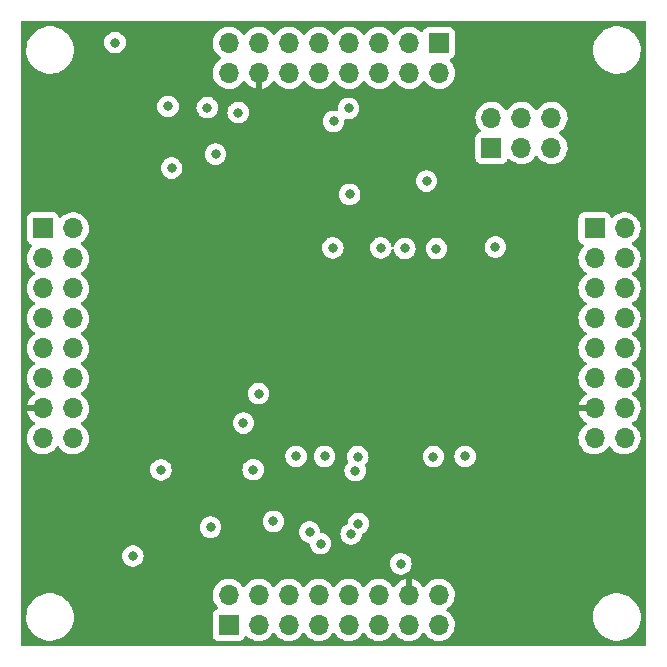
<source format=gbr>
%TF.GenerationSoftware,KiCad,Pcbnew,6.0.11+dfsg-1~bpo11+1*%
%TF.CreationDate,2023-04-06T12:14:25+02:00*%
%TF.ProjectId,avert_10,61766572-745f-4313-902e-6b696361645f,1.0*%
%TF.SameCoordinates,Original*%
%TF.FileFunction,Copper,L3,Inr*%
%TF.FilePolarity,Positive*%
%FSLAX46Y46*%
G04 Gerber Fmt 4.6, Leading zero omitted, Abs format (unit mm)*
G04 Created by KiCad (PCBNEW 6.0.11+dfsg-1~bpo11+1) date 2023-04-06 12:14:25*
%MOMM*%
%LPD*%
G01*
G04 APERTURE LIST*
%TA.AperFunction,ComponentPad*%
%ADD10R,1.700000X1.700000*%
%TD*%
%TA.AperFunction,ComponentPad*%
%ADD11O,1.700000X1.700000*%
%TD*%
%TA.AperFunction,ViaPad*%
%ADD12C,0.800000*%
%TD*%
G04 APERTURE END LIST*
D10*
%TO.N,GNDD*%
%TO.C,J2*%
X134125000Y-123175000D03*
D11*
%TO.N,/SC4*%
X134125000Y-120635000D03*
%TO.N,/SD4*%
X136665000Y-123175000D03*
%TO.N,/SC5*%
X136665000Y-120635000D03*
%TO.N,/SD5*%
X139205000Y-123175000D03*
%TO.N,unconnected-(J2-Pad6)*%
X139205000Y-120635000D03*
%TO.N,unconnected-(J2-Pad7)*%
X141745000Y-123175000D03*
%TO.N,unconnected-(J2-Pad8)*%
X141745000Y-120635000D03*
%TO.N,unconnected-(J2-Pad9)*%
X144285000Y-123175000D03*
%TO.N,+5V*%
X144285000Y-120635000D03*
%TO.N,-12V*%
X146825000Y-123175000D03*
%TO.N,+12V*%
X146825000Y-120635000D03*
%TO.N,GNDD*%
X149365000Y-123175000D03*
%TO.N,Earth*%
X149365000Y-120635000D03*
%TO.N,+VSW*%
X151905000Y-123175000D03*
X151905000Y-120635000D03*
%TD*%
D10*
%TO.N,Net-(J5-Pad1)*%
%TO.C,J5*%
X156375000Y-82785000D03*
D11*
%TO.N,GND*%
X156375000Y-80245000D03*
%TO.N,Net-(J5-Pad3)*%
X158915000Y-82785000D03*
%TO.N,GND*%
X158915000Y-80245000D03*
%TO.N,Net-(J5-Pad5)*%
X161455000Y-82785000D03*
%TO.N,GND*%
X161455000Y-80245000D03*
%TD*%
D10*
%TO.N,+3V3*%
%TO.C,J3*%
X165100000Y-89600000D03*
D11*
%TO.N,GND*%
X167640000Y-89600000D03*
%TO.N,/TXD*%
X165100000Y-92140000D03*
%TO.N,/RXD*%
X167640000Y-92140000D03*
%TO.N,/SCL*%
X165100000Y-94680000D03*
%TO.N,/SDA*%
X167640000Y-94680000D03*
%TO.N,/MISO*%
X165100000Y-97220000D03*
%TO.N,/MOSI*%
X167640000Y-97220000D03*
%TO.N,/SCK*%
X165100000Y-99760000D03*
%TO.N,/SSEL1*%
X167640000Y-99760000D03*
%TO.N,/SSEL2*%
X165100000Y-102300000D03*
%TO.N,/SSEL3*%
X167640000Y-102300000D03*
%TO.N,Earth*%
X165100000Y-104840000D03*
%TO.N,GND*%
X167640000Y-104840000D03*
%TO.N,+24V*%
X165100000Y-107380000D03*
X167640000Y-107380000D03*
%TD*%
D10*
%TO.N,GNDD*%
%TO.C,J1*%
X151920000Y-73900000D03*
D11*
%TO.N,/SC0*%
X151920000Y-76440000D03*
%TO.N,/SD0*%
X149380000Y-73900000D03*
%TO.N,/SC1*%
X149380000Y-76440000D03*
%TO.N,/SD1*%
X146840000Y-73900000D03*
%TO.N,unconnected-(J1-Pad6)*%
X146840000Y-76440000D03*
%TO.N,unconnected-(J1-Pad7)*%
X144300000Y-73900000D03*
%TO.N,unconnected-(J1-Pad8)*%
X144300000Y-76440000D03*
%TO.N,unconnected-(J1-Pad9)*%
X141760000Y-73900000D03*
%TO.N,+5V*%
X141760000Y-76440000D03*
%TO.N,-12V*%
X139220000Y-73900000D03*
%TO.N,+12V*%
X139220000Y-76440000D03*
%TO.N,GNDD*%
X136680000Y-73900000D03*
%TO.N,Earth*%
X136680000Y-76440000D03*
%TO.N,+VSW*%
X134140000Y-73900000D03*
X134140000Y-76440000D03*
%TD*%
D10*
%TO.N,+3V3*%
%TO.C,J4*%
X118400000Y-89600000D03*
D11*
%TO.N,GND*%
X120940000Y-89600000D03*
%TO.N,/TXD*%
X118400000Y-92140000D03*
%TO.N,/RXD*%
X120940000Y-92140000D03*
%TO.N,/SCL*%
X118400000Y-94680000D03*
%TO.N,/SDA*%
X120940000Y-94680000D03*
%TO.N,/MISO*%
X118400000Y-97220000D03*
%TO.N,/MOSI*%
X120940000Y-97220000D03*
%TO.N,/SCK*%
X118400000Y-99760000D03*
%TO.N,/SSEL1*%
X120940000Y-99760000D03*
%TO.N,/SSEL2*%
X118400000Y-102300000D03*
%TO.N,/SSEL3*%
X120940000Y-102300000D03*
%TO.N,Earth*%
X118400000Y-104840000D03*
%TO.N,GND*%
X120940000Y-104840000D03*
%TO.N,+24V*%
X118400000Y-107380000D03*
X120940000Y-107380000D03*
%TD*%
D12*
%TO.N,GND*%
X144370000Y-86710000D03*
X150880000Y-85590000D03*
X144840000Y-110100000D03*
X136660000Y-103590000D03*
X136195000Y-110035000D03*
%TO.N,+5V*%
X143000000Y-80540000D03*
X132590000Y-114900000D03*
%TO.N,GNDD*%
X144270000Y-79440000D03*
X129300000Y-84490000D03*
X137910000Y-114400000D03*
X144490000Y-115470000D03*
X134930000Y-79790000D03*
X132310000Y-79380000D03*
X128990000Y-79280000D03*
%TO.N,+3V3*%
X145050000Y-108930000D03*
X139830000Y-108910000D03*
X154140000Y-108910000D03*
X151460000Y-108920000D03*
X142240000Y-108910000D03*
%TO.N,+12V*%
X133020000Y-83320000D03*
X126010000Y-117330000D03*
X135370000Y-106080000D03*
%TO.N,-12V*%
X128390000Y-110040000D03*
%TO.N,+VSW*%
X124500000Y-73870000D03*
%TO.N,/SC5*%
X140975500Y-115300000D03*
X145100000Y-114600000D03*
%TO.N,/SD5*%
X148700000Y-118000000D03*
X141900000Y-116300000D03*
%TO.N,Earth*%
X159280000Y-110060000D03*
X140000000Y-104840000D03*
X136680000Y-89440000D03*
%TO.N,Net-(J5-Pad1)*%
X156700000Y-91170000D03*
%TO.N,Net-(R11-Pad1)*%
X151710000Y-91320000D03*
X149040000Y-91290000D03*
%TO.N,Net-(R12-Pad1)*%
X142940000Y-91250000D03*
X147000000Y-91250000D03*
%TD*%
%TA.AperFunction,Conductor*%
%TO.N,Earth*%
G36*
X169433621Y-72028502D02*
G01*
X169480114Y-72082158D01*
X169491500Y-72134500D01*
X169491500Y-124865500D01*
X169471498Y-124933621D01*
X169417842Y-124980114D01*
X169365500Y-124991500D01*
X116634500Y-124991500D01*
X116566379Y-124971498D01*
X116519886Y-124917842D01*
X116508500Y-124865500D01*
X116508500Y-122478918D01*
X116986917Y-122478918D01*
X116987334Y-122486156D01*
X117002682Y-122752320D01*
X117055405Y-123021053D01*
X117056792Y-123025103D01*
X117056793Y-123025108D01*
X117129765Y-123238240D01*
X117144112Y-123280144D01*
X117173238Y-123338054D01*
X117242837Y-123476437D01*
X117267160Y-123524799D01*
X117269586Y-123528328D01*
X117269589Y-123528334D01*
X117374826Y-123681453D01*
X117422274Y-123750490D01*
X117425161Y-123753663D01*
X117425162Y-123753664D01*
X117537459Y-123877077D01*
X117606582Y-123953043D01*
X117816675Y-124128707D01*
X117820316Y-124130991D01*
X118045024Y-124271951D01*
X118045028Y-124271953D01*
X118048664Y-124274234D01*
X118116544Y-124304883D01*
X118294345Y-124385164D01*
X118294349Y-124385166D01*
X118298257Y-124386930D01*
X118348225Y-124401731D01*
X118556723Y-124463491D01*
X118556727Y-124463492D01*
X118560836Y-124464709D01*
X118565070Y-124465357D01*
X118565075Y-124465358D01*
X118827298Y-124505483D01*
X118827300Y-124505483D01*
X118831540Y-124506132D01*
X118970912Y-124508322D01*
X119101071Y-124510367D01*
X119101077Y-124510367D01*
X119105362Y-124510434D01*
X119377235Y-124477534D01*
X119642127Y-124408041D01*
X119646087Y-124406401D01*
X119646092Y-124406399D01*
X119799410Y-124342892D01*
X119895136Y-124303241D01*
X120131582Y-124165073D01*
X120347089Y-123996094D01*
X120388809Y-123953043D01*
X120534686Y-123802509D01*
X120537669Y-123799431D01*
X120540202Y-123795983D01*
X120540206Y-123795978D01*
X120697257Y-123582178D01*
X120699795Y-123578723D01*
X120727154Y-123528334D01*
X120828418Y-123341830D01*
X120828419Y-123341828D01*
X120830468Y-123338054D01*
X120927269Y-123081877D01*
X120956932Y-122952361D01*
X120987449Y-122819117D01*
X120987450Y-122819113D01*
X120988407Y-122814933D01*
X120995031Y-122740720D01*
X121012531Y-122544627D01*
X121012531Y-122544625D01*
X121012751Y-122542161D01*
X121013193Y-122500000D01*
X121000727Y-122317138D01*
X120994859Y-122231055D01*
X120994858Y-122231049D01*
X120994567Y-122226778D01*
X120993690Y-122222540D01*
X120956467Y-122042800D01*
X120939032Y-121958612D01*
X120847617Y-121700465D01*
X120722013Y-121457112D01*
X120712587Y-121443699D01*
X120641107Y-121341994D01*
X120564545Y-121233057D01*
X120470504Y-121131857D01*
X120381046Y-121035588D01*
X120381043Y-121035585D01*
X120378125Y-121032445D01*
X120374810Y-121029731D01*
X120374806Y-121029728D01*
X120169523Y-120861706D01*
X120166205Y-120858990D01*
X119932704Y-120715901D01*
X119928768Y-120714173D01*
X119685873Y-120607549D01*
X119685869Y-120607548D01*
X119681945Y-120605825D01*
X119667446Y-120601695D01*
X132762251Y-120601695D01*
X132762548Y-120606848D01*
X132762548Y-120606851D01*
X132768011Y-120701590D01*
X132775110Y-120824715D01*
X132776247Y-120829761D01*
X132776248Y-120829767D01*
X132787031Y-120877614D01*
X132824222Y-121042639D01*
X132908266Y-121249616D01*
X132959019Y-121332438D01*
X133022291Y-121435688D01*
X133024987Y-121440088D01*
X133171250Y-121608938D01*
X133175230Y-121612242D01*
X133179981Y-121616187D01*
X133219616Y-121675090D01*
X133221113Y-121746071D01*
X133183997Y-121806593D01*
X133143725Y-121831112D01*
X133096129Y-121848955D01*
X133028295Y-121874385D01*
X132911739Y-121961739D01*
X132824385Y-122078295D01*
X132773255Y-122214684D01*
X132766500Y-122276866D01*
X132766500Y-124073134D01*
X132773255Y-124135316D01*
X132824385Y-124271705D01*
X132911739Y-124388261D01*
X133028295Y-124475615D01*
X133164684Y-124526745D01*
X133226866Y-124533500D01*
X135023134Y-124533500D01*
X135085316Y-124526745D01*
X135221705Y-124475615D01*
X135338261Y-124388261D01*
X135425615Y-124271705D01*
X135447799Y-124212529D01*
X135469598Y-124154382D01*
X135512240Y-124097618D01*
X135578802Y-124072918D01*
X135648150Y-124088126D01*
X135682817Y-124116114D01*
X135711250Y-124148938D01*
X135883126Y-124291632D01*
X136076000Y-124404338D01*
X136284692Y-124484030D01*
X136289760Y-124485061D01*
X136289763Y-124485062D01*
X136390136Y-124505483D01*
X136503597Y-124528567D01*
X136508772Y-124528757D01*
X136508774Y-124528757D01*
X136721673Y-124536564D01*
X136721677Y-124536564D01*
X136726837Y-124536753D01*
X136731957Y-124536097D01*
X136731959Y-124536097D01*
X136943288Y-124509025D01*
X136943289Y-124509025D01*
X136948416Y-124508368D01*
X136958032Y-124505483D01*
X137157429Y-124445661D01*
X137157434Y-124445659D01*
X137162384Y-124444174D01*
X137362994Y-124345896D01*
X137544860Y-124216173D01*
X137703096Y-124058489D01*
X137833453Y-123877077D01*
X137834776Y-123878028D01*
X137881645Y-123834857D01*
X137951580Y-123822625D01*
X138017026Y-123850144D01*
X138044875Y-123881994D01*
X138104987Y-123980088D01*
X138251250Y-124148938D01*
X138423126Y-124291632D01*
X138616000Y-124404338D01*
X138824692Y-124484030D01*
X138829760Y-124485061D01*
X138829763Y-124485062D01*
X138930136Y-124505483D01*
X139043597Y-124528567D01*
X139048772Y-124528757D01*
X139048774Y-124528757D01*
X139261673Y-124536564D01*
X139261677Y-124536564D01*
X139266837Y-124536753D01*
X139271957Y-124536097D01*
X139271959Y-124536097D01*
X139483288Y-124509025D01*
X139483289Y-124509025D01*
X139488416Y-124508368D01*
X139498032Y-124505483D01*
X139697429Y-124445661D01*
X139697434Y-124445659D01*
X139702384Y-124444174D01*
X139902994Y-124345896D01*
X140084860Y-124216173D01*
X140243096Y-124058489D01*
X140373453Y-123877077D01*
X140374776Y-123878028D01*
X140421645Y-123834857D01*
X140491580Y-123822625D01*
X140557026Y-123850144D01*
X140584875Y-123881994D01*
X140644987Y-123980088D01*
X140791250Y-124148938D01*
X140963126Y-124291632D01*
X141156000Y-124404338D01*
X141364692Y-124484030D01*
X141369760Y-124485061D01*
X141369763Y-124485062D01*
X141470136Y-124505483D01*
X141583597Y-124528567D01*
X141588772Y-124528757D01*
X141588774Y-124528757D01*
X141801673Y-124536564D01*
X141801677Y-124536564D01*
X141806837Y-124536753D01*
X141811957Y-124536097D01*
X141811959Y-124536097D01*
X142023288Y-124509025D01*
X142023289Y-124509025D01*
X142028416Y-124508368D01*
X142038032Y-124505483D01*
X142237429Y-124445661D01*
X142237434Y-124445659D01*
X142242384Y-124444174D01*
X142442994Y-124345896D01*
X142624860Y-124216173D01*
X142783096Y-124058489D01*
X142913453Y-123877077D01*
X142914776Y-123878028D01*
X142961645Y-123834857D01*
X143031580Y-123822625D01*
X143097026Y-123850144D01*
X143124875Y-123881994D01*
X143184987Y-123980088D01*
X143331250Y-124148938D01*
X143503126Y-124291632D01*
X143696000Y-124404338D01*
X143904692Y-124484030D01*
X143909760Y-124485061D01*
X143909763Y-124485062D01*
X144010136Y-124505483D01*
X144123597Y-124528567D01*
X144128772Y-124528757D01*
X144128774Y-124528757D01*
X144341673Y-124536564D01*
X144341677Y-124536564D01*
X144346837Y-124536753D01*
X144351957Y-124536097D01*
X144351959Y-124536097D01*
X144563288Y-124509025D01*
X144563289Y-124509025D01*
X144568416Y-124508368D01*
X144578032Y-124505483D01*
X144777429Y-124445661D01*
X144777434Y-124445659D01*
X144782384Y-124444174D01*
X144982994Y-124345896D01*
X145164860Y-124216173D01*
X145323096Y-124058489D01*
X145453453Y-123877077D01*
X145454776Y-123878028D01*
X145501645Y-123834857D01*
X145571580Y-123822625D01*
X145637026Y-123850144D01*
X145664875Y-123881994D01*
X145724987Y-123980088D01*
X145871250Y-124148938D01*
X146043126Y-124291632D01*
X146236000Y-124404338D01*
X146444692Y-124484030D01*
X146449760Y-124485061D01*
X146449763Y-124485062D01*
X146550136Y-124505483D01*
X146663597Y-124528567D01*
X146668772Y-124528757D01*
X146668774Y-124528757D01*
X146881673Y-124536564D01*
X146881677Y-124536564D01*
X146886837Y-124536753D01*
X146891957Y-124536097D01*
X146891959Y-124536097D01*
X147103288Y-124509025D01*
X147103289Y-124509025D01*
X147108416Y-124508368D01*
X147118032Y-124505483D01*
X147317429Y-124445661D01*
X147317434Y-124445659D01*
X147322384Y-124444174D01*
X147522994Y-124345896D01*
X147704860Y-124216173D01*
X147863096Y-124058489D01*
X147993453Y-123877077D01*
X147994776Y-123878028D01*
X148041645Y-123834857D01*
X148111580Y-123822625D01*
X148177026Y-123850144D01*
X148204875Y-123881994D01*
X148264987Y-123980088D01*
X148411250Y-124148938D01*
X148583126Y-124291632D01*
X148776000Y-124404338D01*
X148984692Y-124484030D01*
X148989760Y-124485061D01*
X148989763Y-124485062D01*
X149090136Y-124505483D01*
X149203597Y-124528567D01*
X149208772Y-124528757D01*
X149208774Y-124528757D01*
X149421673Y-124536564D01*
X149421677Y-124536564D01*
X149426837Y-124536753D01*
X149431957Y-124536097D01*
X149431959Y-124536097D01*
X149643288Y-124509025D01*
X149643289Y-124509025D01*
X149648416Y-124508368D01*
X149658032Y-124505483D01*
X149857429Y-124445661D01*
X149857434Y-124445659D01*
X149862384Y-124444174D01*
X150062994Y-124345896D01*
X150244860Y-124216173D01*
X150403096Y-124058489D01*
X150533453Y-123877077D01*
X150534776Y-123878028D01*
X150581645Y-123834857D01*
X150651580Y-123822625D01*
X150717026Y-123850144D01*
X150744875Y-123881994D01*
X150804987Y-123980088D01*
X150951250Y-124148938D01*
X151123126Y-124291632D01*
X151316000Y-124404338D01*
X151524692Y-124484030D01*
X151529760Y-124485061D01*
X151529763Y-124485062D01*
X151630136Y-124505483D01*
X151743597Y-124528567D01*
X151748772Y-124528757D01*
X151748774Y-124528757D01*
X151961673Y-124536564D01*
X151961677Y-124536564D01*
X151966837Y-124536753D01*
X151971957Y-124536097D01*
X151971959Y-124536097D01*
X152183288Y-124509025D01*
X152183289Y-124509025D01*
X152188416Y-124508368D01*
X152198032Y-124505483D01*
X152397429Y-124445661D01*
X152397434Y-124445659D01*
X152402384Y-124444174D01*
X152602994Y-124345896D01*
X152784860Y-124216173D01*
X152943096Y-124058489D01*
X153073453Y-123877077D01*
X153094320Y-123834857D01*
X153170136Y-123681453D01*
X153170137Y-123681451D01*
X153172430Y-123676811D01*
X153228798Y-123491283D01*
X153235865Y-123468023D01*
X153235865Y-123468021D01*
X153237370Y-123463069D01*
X153266529Y-123241590D01*
X153268156Y-123175000D01*
X153249852Y-122952361D01*
X153195431Y-122735702D01*
X153106354Y-122530840D01*
X153072764Y-122478918D01*
X164986917Y-122478918D01*
X164987334Y-122486156D01*
X165002682Y-122752320D01*
X165055405Y-123021053D01*
X165056792Y-123025103D01*
X165056793Y-123025108D01*
X165129765Y-123238240D01*
X165144112Y-123280144D01*
X165173238Y-123338054D01*
X165242837Y-123476437D01*
X165267160Y-123524799D01*
X165269586Y-123528328D01*
X165269589Y-123528334D01*
X165374826Y-123681453D01*
X165422274Y-123750490D01*
X165425161Y-123753663D01*
X165425162Y-123753664D01*
X165537459Y-123877077D01*
X165606582Y-123953043D01*
X165816675Y-124128707D01*
X165820316Y-124130991D01*
X166045024Y-124271951D01*
X166045028Y-124271953D01*
X166048664Y-124274234D01*
X166116544Y-124304883D01*
X166294345Y-124385164D01*
X166294349Y-124385166D01*
X166298257Y-124386930D01*
X166348225Y-124401731D01*
X166556723Y-124463491D01*
X166556727Y-124463492D01*
X166560836Y-124464709D01*
X166565070Y-124465357D01*
X166565075Y-124465358D01*
X166827298Y-124505483D01*
X166827300Y-124505483D01*
X166831540Y-124506132D01*
X166970912Y-124508322D01*
X167101071Y-124510367D01*
X167101077Y-124510367D01*
X167105362Y-124510434D01*
X167377235Y-124477534D01*
X167642127Y-124408041D01*
X167646087Y-124406401D01*
X167646092Y-124406399D01*
X167799410Y-124342892D01*
X167895136Y-124303241D01*
X168131582Y-124165073D01*
X168347089Y-123996094D01*
X168388809Y-123953043D01*
X168534686Y-123802509D01*
X168537669Y-123799431D01*
X168540202Y-123795983D01*
X168540206Y-123795978D01*
X168697257Y-123582178D01*
X168699795Y-123578723D01*
X168727154Y-123528334D01*
X168828418Y-123341830D01*
X168828419Y-123341828D01*
X168830468Y-123338054D01*
X168927269Y-123081877D01*
X168956932Y-122952361D01*
X168987449Y-122819117D01*
X168987450Y-122819113D01*
X168988407Y-122814933D01*
X168995031Y-122740720D01*
X169012531Y-122544627D01*
X169012531Y-122544625D01*
X169012751Y-122542161D01*
X169013193Y-122500000D01*
X169000727Y-122317138D01*
X168994859Y-122231055D01*
X168994858Y-122231049D01*
X168994567Y-122226778D01*
X168993690Y-122222540D01*
X168956467Y-122042800D01*
X168939032Y-121958612D01*
X168847617Y-121700465D01*
X168722013Y-121457112D01*
X168712587Y-121443699D01*
X168641107Y-121341994D01*
X168564545Y-121233057D01*
X168470504Y-121131857D01*
X168381046Y-121035588D01*
X168381043Y-121035585D01*
X168378125Y-121032445D01*
X168374810Y-121029731D01*
X168374806Y-121029728D01*
X168169523Y-120861706D01*
X168166205Y-120858990D01*
X167932704Y-120715901D01*
X167928768Y-120714173D01*
X167685873Y-120607549D01*
X167685869Y-120607548D01*
X167681945Y-120605825D01*
X167418566Y-120530800D01*
X167414324Y-120530196D01*
X167414318Y-120530195D01*
X167213834Y-120501662D01*
X167147443Y-120492213D01*
X167003589Y-120491460D01*
X166877877Y-120490802D01*
X166877871Y-120490802D01*
X166873591Y-120490780D01*
X166869347Y-120491339D01*
X166869343Y-120491339D01*
X166750302Y-120507011D01*
X166602078Y-120526525D01*
X166597938Y-120527658D01*
X166597936Y-120527658D01*
X166525008Y-120547609D01*
X166337928Y-120598788D01*
X166333980Y-120600472D01*
X166089982Y-120704546D01*
X166089978Y-120704548D01*
X166086030Y-120706232D01*
X166066125Y-120718145D01*
X165854725Y-120844664D01*
X165854721Y-120844667D01*
X165851043Y-120846868D01*
X165637318Y-121018094D01*
X165448808Y-121216742D01*
X165289002Y-121439136D01*
X165160857Y-121681161D01*
X165159385Y-121685184D01*
X165159383Y-121685188D01*
X165068214Y-121934317D01*
X165066743Y-121938337D01*
X165008404Y-122205907D01*
X164986917Y-122478918D01*
X153072764Y-122478918D01*
X152985014Y-122343277D01*
X152834670Y-122178051D01*
X152830619Y-122174852D01*
X152830615Y-122174848D01*
X152663414Y-122042800D01*
X152663410Y-122042798D01*
X152659359Y-122039598D01*
X152618053Y-122016796D01*
X152568084Y-121966364D01*
X152553312Y-121896921D01*
X152578428Y-121830516D01*
X152605780Y-121803909D01*
X152649603Y-121772650D01*
X152784860Y-121676173D01*
X152790706Y-121670348D01*
X152939435Y-121522137D01*
X152943096Y-121518489D01*
X153002594Y-121435689D01*
X153070435Y-121341277D01*
X153073453Y-121337077D01*
X153086995Y-121309678D01*
X153170136Y-121141453D01*
X153170137Y-121141451D01*
X153172430Y-121136811D01*
X153237370Y-120923069D01*
X153266529Y-120701590D01*
X153268156Y-120635000D01*
X153249852Y-120412361D01*
X153195431Y-120195702D01*
X153106354Y-119990840D01*
X152985014Y-119803277D01*
X152834670Y-119638051D01*
X152830619Y-119634852D01*
X152830615Y-119634848D01*
X152663414Y-119502800D01*
X152663410Y-119502798D01*
X152659359Y-119499598D01*
X152623028Y-119479542D01*
X152607136Y-119470769D01*
X152463789Y-119391638D01*
X152458920Y-119389914D01*
X152458916Y-119389912D01*
X152258087Y-119318795D01*
X152258083Y-119318794D01*
X152253212Y-119317069D01*
X152248119Y-119316162D01*
X152248116Y-119316161D01*
X152038373Y-119278800D01*
X152038367Y-119278799D01*
X152033284Y-119277894D01*
X151959452Y-119276992D01*
X151815081Y-119275228D01*
X151815079Y-119275228D01*
X151809911Y-119275165D01*
X151589091Y-119308955D01*
X151376756Y-119378357D01*
X151178607Y-119481507D01*
X151174474Y-119484610D01*
X151174471Y-119484612D01*
X151150247Y-119502800D01*
X150999965Y-119615635D01*
X150845629Y-119777138D01*
X150738204Y-119934618D01*
X150737898Y-119935066D01*
X150682987Y-119980069D01*
X150612462Y-119988240D01*
X150548715Y-119956986D01*
X150528018Y-119932502D01*
X150447426Y-119807926D01*
X150441136Y-119799757D01*
X150297806Y-119642240D01*
X150290273Y-119635215D01*
X150123139Y-119503222D01*
X150114552Y-119497517D01*
X149928117Y-119394599D01*
X149918705Y-119390369D01*
X149717959Y-119319280D01*
X149707988Y-119316646D01*
X149636837Y-119303972D01*
X149623540Y-119305432D01*
X149619000Y-119319989D01*
X149619000Y-120763000D01*
X149598998Y-120831121D01*
X149545342Y-120877614D01*
X149493000Y-120889000D01*
X149237000Y-120889000D01*
X149168879Y-120868998D01*
X149122386Y-120815342D01*
X149111000Y-120763000D01*
X149111000Y-119318102D01*
X149107082Y-119304758D01*
X149092806Y-119302771D01*
X149054324Y-119308660D01*
X149044288Y-119311051D01*
X148841868Y-119377212D01*
X148832359Y-119381209D01*
X148643463Y-119479542D01*
X148634738Y-119485036D01*
X148464433Y-119612905D01*
X148456726Y-119619748D01*
X148309590Y-119773717D01*
X148303109Y-119781722D01*
X148198498Y-119935074D01*
X148143587Y-119980076D01*
X148073062Y-119988247D01*
X148009315Y-119956993D01*
X147988618Y-119932509D01*
X147907822Y-119807617D01*
X147907820Y-119807614D01*
X147905014Y-119803277D01*
X147754670Y-119638051D01*
X147750619Y-119634852D01*
X147750615Y-119634848D01*
X147583414Y-119502800D01*
X147583410Y-119502798D01*
X147579359Y-119499598D01*
X147543028Y-119479542D01*
X147527136Y-119470769D01*
X147383789Y-119391638D01*
X147378920Y-119389914D01*
X147378916Y-119389912D01*
X147178087Y-119318795D01*
X147178083Y-119318794D01*
X147173212Y-119317069D01*
X147168119Y-119316162D01*
X147168116Y-119316161D01*
X146958373Y-119278800D01*
X146958367Y-119278799D01*
X146953284Y-119277894D01*
X146879452Y-119276992D01*
X146735081Y-119275228D01*
X146735079Y-119275228D01*
X146729911Y-119275165D01*
X146509091Y-119308955D01*
X146296756Y-119378357D01*
X146098607Y-119481507D01*
X146094474Y-119484610D01*
X146094471Y-119484612D01*
X146070247Y-119502800D01*
X145919965Y-119615635D01*
X145765629Y-119777138D01*
X145658201Y-119934621D01*
X145603293Y-119979621D01*
X145532768Y-119987792D01*
X145469021Y-119956538D01*
X145448324Y-119932054D01*
X145367822Y-119807617D01*
X145367820Y-119807614D01*
X145365014Y-119803277D01*
X145214670Y-119638051D01*
X145210619Y-119634852D01*
X145210615Y-119634848D01*
X145043414Y-119502800D01*
X145043410Y-119502798D01*
X145039359Y-119499598D01*
X145003028Y-119479542D01*
X144987136Y-119470769D01*
X144843789Y-119391638D01*
X144838920Y-119389914D01*
X144838916Y-119389912D01*
X144638087Y-119318795D01*
X144638083Y-119318794D01*
X144633212Y-119317069D01*
X144628119Y-119316162D01*
X144628116Y-119316161D01*
X144418373Y-119278800D01*
X144418367Y-119278799D01*
X144413284Y-119277894D01*
X144339452Y-119276992D01*
X144195081Y-119275228D01*
X144195079Y-119275228D01*
X144189911Y-119275165D01*
X143969091Y-119308955D01*
X143756756Y-119378357D01*
X143558607Y-119481507D01*
X143554474Y-119484610D01*
X143554471Y-119484612D01*
X143530247Y-119502800D01*
X143379965Y-119615635D01*
X143225629Y-119777138D01*
X143118201Y-119934621D01*
X143063293Y-119979621D01*
X142992768Y-119987792D01*
X142929021Y-119956538D01*
X142908324Y-119932054D01*
X142827822Y-119807617D01*
X142827820Y-119807614D01*
X142825014Y-119803277D01*
X142674670Y-119638051D01*
X142670619Y-119634852D01*
X142670615Y-119634848D01*
X142503414Y-119502800D01*
X142503410Y-119502798D01*
X142499359Y-119499598D01*
X142463028Y-119479542D01*
X142447136Y-119470769D01*
X142303789Y-119391638D01*
X142298920Y-119389914D01*
X142298916Y-119389912D01*
X142098087Y-119318795D01*
X142098083Y-119318794D01*
X142093212Y-119317069D01*
X142088119Y-119316162D01*
X142088116Y-119316161D01*
X141878373Y-119278800D01*
X141878367Y-119278799D01*
X141873284Y-119277894D01*
X141799452Y-119276992D01*
X141655081Y-119275228D01*
X141655079Y-119275228D01*
X141649911Y-119275165D01*
X141429091Y-119308955D01*
X141216756Y-119378357D01*
X141018607Y-119481507D01*
X141014474Y-119484610D01*
X141014471Y-119484612D01*
X140990247Y-119502800D01*
X140839965Y-119615635D01*
X140685629Y-119777138D01*
X140578201Y-119934621D01*
X140523293Y-119979621D01*
X140452768Y-119987792D01*
X140389021Y-119956538D01*
X140368324Y-119932054D01*
X140287822Y-119807617D01*
X140287820Y-119807614D01*
X140285014Y-119803277D01*
X140134670Y-119638051D01*
X140130619Y-119634852D01*
X140130615Y-119634848D01*
X139963414Y-119502800D01*
X139963410Y-119502798D01*
X139959359Y-119499598D01*
X139923028Y-119479542D01*
X139907136Y-119470769D01*
X139763789Y-119391638D01*
X139758920Y-119389914D01*
X139758916Y-119389912D01*
X139558087Y-119318795D01*
X139558083Y-119318794D01*
X139553212Y-119317069D01*
X139548119Y-119316162D01*
X139548116Y-119316161D01*
X139338373Y-119278800D01*
X139338367Y-119278799D01*
X139333284Y-119277894D01*
X139259452Y-119276992D01*
X139115081Y-119275228D01*
X139115079Y-119275228D01*
X139109911Y-119275165D01*
X138889091Y-119308955D01*
X138676756Y-119378357D01*
X138478607Y-119481507D01*
X138474474Y-119484610D01*
X138474471Y-119484612D01*
X138450247Y-119502800D01*
X138299965Y-119615635D01*
X138145629Y-119777138D01*
X138038201Y-119934621D01*
X137983293Y-119979621D01*
X137912768Y-119987792D01*
X137849021Y-119956538D01*
X137828324Y-119932054D01*
X137747822Y-119807617D01*
X137747820Y-119807614D01*
X137745014Y-119803277D01*
X137594670Y-119638051D01*
X137590619Y-119634852D01*
X137590615Y-119634848D01*
X137423414Y-119502800D01*
X137423410Y-119502798D01*
X137419359Y-119499598D01*
X137383028Y-119479542D01*
X137367136Y-119470769D01*
X137223789Y-119391638D01*
X137218920Y-119389914D01*
X137218916Y-119389912D01*
X137018087Y-119318795D01*
X137018083Y-119318794D01*
X137013212Y-119317069D01*
X137008119Y-119316162D01*
X137008116Y-119316161D01*
X136798373Y-119278800D01*
X136798367Y-119278799D01*
X136793284Y-119277894D01*
X136719452Y-119276992D01*
X136575081Y-119275228D01*
X136575079Y-119275228D01*
X136569911Y-119275165D01*
X136349091Y-119308955D01*
X136136756Y-119378357D01*
X135938607Y-119481507D01*
X135934474Y-119484610D01*
X135934471Y-119484612D01*
X135910247Y-119502800D01*
X135759965Y-119615635D01*
X135605629Y-119777138D01*
X135498201Y-119934621D01*
X135443293Y-119979621D01*
X135372768Y-119987792D01*
X135309021Y-119956538D01*
X135288324Y-119932054D01*
X135207822Y-119807617D01*
X135207820Y-119807614D01*
X135205014Y-119803277D01*
X135054670Y-119638051D01*
X135050619Y-119634852D01*
X135050615Y-119634848D01*
X134883414Y-119502800D01*
X134883410Y-119502798D01*
X134879359Y-119499598D01*
X134843028Y-119479542D01*
X134827136Y-119470769D01*
X134683789Y-119391638D01*
X134678920Y-119389914D01*
X134678916Y-119389912D01*
X134478087Y-119318795D01*
X134478083Y-119318794D01*
X134473212Y-119317069D01*
X134468119Y-119316162D01*
X134468116Y-119316161D01*
X134258373Y-119278800D01*
X134258367Y-119278799D01*
X134253284Y-119277894D01*
X134179452Y-119276992D01*
X134035081Y-119275228D01*
X134035079Y-119275228D01*
X134029911Y-119275165D01*
X133809091Y-119308955D01*
X133596756Y-119378357D01*
X133398607Y-119481507D01*
X133394474Y-119484610D01*
X133394471Y-119484612D01*
X133370247Y-119502800D01*
X133219965Y-119615635D01*
X133065629Y-119777138D01*
X132939743Y-119961680D01*
X132845688Y-120164305D01*
X132785989Y-120379570D01*
X132762251Y-120601695D01*
X119667446Y-120601695D01*
X119418566Y-120530800D01*
X119414324Y-120530196D01*
X119414318Y-120530195D01*
X119213834Y-120501662D01*
X119147443Y-120492213D01*
X119003589Y-120491460D01*
X118877877Y-120490802D01*
X118877871Y-120490802D01*
X118873591Y-120490780D01*
X118869347Y-120491339D01*
X118869343Y-120491339D01*
X118750302Y-120507011D01*
X118602078Y-120526525D01*
X118597938Y-120527658D01*
X118597936Y-120527658D01*
X118525008Y-120547609D01*
X118337928Y-120598788D01*
X118333980Y-120600472D01*
X118089982Y-120704546D01*
X118089978Y-120704548D01*
X118086030Y-120706232D01*
X118066125Y-120718145D01*
X117854725Y-120844664D01*
X117854721Y-120844667D01*
X117851043Y-120846868D01*
X117637318Y-121018094D01*
X117448808Y-121216742D01*
X117289002Y-121439136D01*
X117160857Y-121681161D01*
X117159385Y-121685184D01*
X117159383Y-121685188D01*
X117068214Y-121934317D01*
X117066743Y-121938337D01*
X117008404Y-122205907D01*
X116986917Y-122478918D01*
X116508500Y-122478918D01*
X116508500Y-117330000D01*
X125096496Y-117330000D01*
X125097186Y-117336565D01*
X125111082Y-117468774D01*
X125116458Y-117519928D01*
X125175473Y-117701556D01*
X125270960Y-117866944D01*
X125398747Y-118008866D01*
X125553248Y-118121118D01*
X125559276Y-118123802D01*
X125559278Y-118123803D01*
X125721681Y-118196109D01*
X125727712Y-118198794D01*
X125821112Y-118218647D01*
X125908056Y-118237128D01*
X125908061Y-118237128D01*
X125914513Y-118238500D01*
X126105487Y-118238500D01*
X126111939Y-118237128D01*
X126111944Y-118237128D01*
X126198888Y-118218647D01*
X126292288Y-118198794D01*
X126298319Y-118196109D01*
X126460722Y-118123803D01*
X126460724Y-118123802D01*
X126466752Y-118121118D01*
X126621253Y-118008866D01*
X126629236Y-118000000D01*
X147786496Y-118000000D01*
X147806458Y-118189928D01*
X147865473Y-118371556D01*
X147960960Y-118536944D01*
X148088747Y-118678866D01*
X148243248Y-118791118D01*
X148249276Y-118793802D01*
X148249278Y-118793803D01*
X148411681Y-118866109D01*
X148417712Y-118868794D01*
X148511112Y-118888647D01*
X148598056Y-118907128D01*
X148598061Y-118907128D01*
X148604513Y-118908500D01*
X148795487Y-118908500D01*
X148801939Y-118907128D01*
X148801944Y-118907128D01*
X148888888Y-118888647D01*
X148982288Y-118868794D01*
X148988319Y-118866109D01*
X149150722Y-118793803D01*
X149150724Y-118793802D01*
X149156752Y-118791118D01*
X149311253Y-118678866D01*
X149439040Y-118536944D01*
X149534527Y-118371556D01*
X149593542Y-118189928D01*
X149613504Y-118000000D01*
X149600035Y-117871852D01*
X149594232Y-117816635D01*
X149594232Y-117816633D01*
X149593542Y-117810072D01*
X149534527Y-117628444D01*
X149439040Y-117463056D01*
X149311253Y-117321134D01*
X149156752Y-117208882D01*
X149150724Y-117206198D01*
X149150722Y-117206197D01*
X148988319Y-117133891D01*
X148988318Y-117133891D01*
X148982288Y-117131206D01*
X148888888Y-117111353D01*
X148801944Y-117092872D01*
X148801939Y-117092872D01*
X148795487Y-117091500D01*
X148604513Y-117091500D01*
X148598061Y-117092872D01*
X148598056Y-117092872D01*
X148511112Y-117111353D01*
X148417712Y-117131206D01*
X148411682Y-117133891D01*
X148411681Y-117133891D01*
X148249278Y-117206197D01*
X148249276Y-117206198D01*
X148243248Y-117208882D01*
X148088747Y-117321134D01*
X147960960Y-117463056D01*
X147865473Y-117628444D01*
X147806458Y-117810072D01*
X147805768Y-117816633D01*
X147805768Y-117816635D01*
X147799965Y-117871852D01*
X147786496Y-118000000D01*
X126629236Y-118000000D01*
X126749040Y-117866944D01*
X126844527Y-117701556D01*
X126903542Y-117519928D01*
X126908919Y-117468774D01*
X126922814Y-117336565D01*
X126923504Y-117330000D01*
X126903542Y-117140072D01*
X126844527Y-116958444D01*
X126749040Y-116793056D01*
X126621253Y-116651134D01*
X126466752Y-116538882D01*
X126460724Y-116536198D01*
X126460722Y-116536197D01*
X126298319Y-116463891D01*
X126298318Y-116463891D01*
X126292288Y-116461206D01*
X126198887Y-116441353D01*
X126111944Y-116422872D01*
X126111939Y-116422872D01*
X126105487Y-116421500D01*
X125914513Y-116421500D01*
X125908061Y-116422872D01*
X125908056Y-116422872D01*
X125821113Y-116441353D01*
X125727712Y-116461206D01*
X125721682Y-116463891D01*
X125721681Y-116463891D01*
X125559278Y-116536197D01*
X125559276Y-116536198D01*
X125553248Y-116538882D01*
X125398747Y-116651134D01*
X125270960Y-116793056D01*
X125175473Y-116958444D01*
X125116458Y-117140072D01*
X125096496Y-117330000D01*
X116508500Y-117330000D01*
X116508500Y-114900000D01*
X131676496Y-114900000D01*
X131696458Y-115089928D01*
X131755473Y-115271556D01*
X131758776Y-115277278D01*
X131758777Y-115277279D01*
X131776130Y-115307335D01*
X131850960Y-115436944D01*
X131855378Y-115441851D01*
X131855379Y-115441852D01*
X131915733Y-115508882D01*
X131978747Y-115578866D01*
X132133248Y-115691118D01*
X132139276Y-115693802D01*
X132139278Y-115693803D01*
X132294824Y-115763056D01*
X132307712Y-115768794D01*
X132401113Y-115788647D01*
X132488056Y-115807128D01*
X132488061Y-115807128D01*
X132494513Y-115808500D01*
X132685487Y-115808500D01*
X132691939Y-115807128D01*
X132691944Y-115807128D01*
X132778887Y-115788647D01*
X132872288Y-115768794D01*
X132885176Y-115763056D01*
X133040722Y-115693803D01*
X133040724Y-115693802D01*
X133046752Y-115691118D01*
X133201253Y-115578866D01*
X133264267Y-115508882D01*
X133324621Y-115441852D01*
X133324622Y-115441851D01*
X133329040Y-115436944D01*
X133403870Y-115307335D01*
X133421223Y-115277279D01*
X133421224Y-115277278D01*
X133424527Y-115271556D01*
X133483542Y-115089928D01*
X133503504Y-114900000D01*
X133483542Y-114710072D01*
X133424527Y-114528444D01*
X133350370Y-114400000D01*
X136996496Y-114400000D01*
X137016458Y-114589928D01*
X137075473Y-114771556D01*
X137078776Y-114777278D01*
X137078777Y-114777279D01*
X137086080Y-114789928D01*
X137170960Y-114936944D01*
X137298747Y-115078866D01*
X137453248Y-115191118D01*
X137459276Y-115193802D01*
X137459278Y-115193803D01*
X137619799Y-115265271D01*
X137627712Y-115268794D01*
X137693365Y-115282749D01*
X137808056Y-115307128D01*
X137808061Y-115307128D01*
X137814513Y-115308500D01*
X138005487Y-115308500D01*
X138011939Y-115307128D01*
X138011944Y-115307128D01*
X138045478Y-115300000D01*
X140061996Y-115300000D01*
X140062686Y-115306565D01*
X140080554Y-115476565D01*
X140081958Y-115489928D01*
X140140973Y-115671556D01*
X140236460Y-115836944D01*
X140240878Y-115841851D01*
X140240879Y-115841852D01*
X140313694Y-115922721D01*
X140364247Y-115978866D01*
X140518748Y-116091118D01*
X140524776Y-116093802D01*
X140524778Y-116093803D01*
X140657174Y-116152749D01*
X140693212Y-116168794D01*
X140877962Y-116208064D01*
X140880013Y-116208500D01*
X140879933Y-116208875D01*
X140942072Y-116234443D01*
X140982701Y-116292665D01*
X140988552Y-116319565D01*
X141006458Y-116489928D01*
X141065473Y-116671556D01*
X141160960Y-116836944D01*
X141288747Y-116978866D01*
X141443248Y-117091118D01*
X141449276Y-117093802D01*
X141449278Y-117093803D01*
X141611681Y-117166109D01*
X141617712Y-117168794D01*
X141711113Y-117188647D01*
X141798056Y-117207128D01*
X141798061Y-117207128D01*
X141804513Y-117208500D01*
X141995487Y-117208500D01*
X142001939Y-117207128D01*
X142001944Y-117207128D01*
X142088887Y-117188647D01*
X142182288Y-117168794D01*
X142188319Y-117166109D01*
X142350722Y-117093803D01*
X142350724Y-117093802D01*
X142356752Y-117091118D01*
X142511253Y-116978866D01*
X142639040Y-116836944D01*
X142734527Y-116671556D01*
X142793542Y-116489928D01*
X142805254Y-116378500D01*
X142812814Y-116306565D01*
X142813504Y-116300000D01*
X142809417Y-116261118D01*
X142794232Y-116116635D01*
X142794232Y-116116633D01*
X142793542Y-116110072D01*
X142734527Y-115928444D01*
X142639040Y-115763056D01*
X142576685Y-115693803D01*
X142515675Y-115626045D01*
X142515674Y-115626044D01*
X142511253Y-115621134D01*
X142412157Y-115549136D01*
X142362094Y-115512763D01*
X142362093Y-115512762D01*
X142356752Y-115508882D01*
X142350724Y-115506198D01*
X142350722Y-115506197D01*
X142269422Y-115470000D01*
X143576496Y-115470000D01*
X143577186Y-115476565D01*
X143592381Y-115621134D01*
X143596458Y-115659928D01*
X143655473Y-115841556D01*
X143750960Y-116006944D01*
X143755378Y-116011851D01*
X143755379Y-116011852D01*
X143829168Y-116093803D01*
X143878747Y-116148866D01*
X144033248Y-116261118D01*
X144039276Y-116263802D01*
X144039278Y-116263803D01*
X144135324Y-116306565D01*
X144207712Y-116338794D01*
X144301112Y-116358647D01*
X144388056Y-116377128D01*
X144388061Y-116377128D01*
X144394513Y-116378500D01*
X144585487Y-116378500D01*
X144591939Y-116377128D01*
X144591944Y-116377128D01*
X144678888Y-116358647D01*
X144772288Y-116338794D01*
X144844676Y-116306565D01*
X144940722Y-116263803D01*
X144940724Y-116263802D01*
X144946752Y-116261118D01*
X145101253Y-116148866D01*
X145150832Y-116093803D01*
X145224621Y-116011852D01*
X145224622Y-116011851D01*
X145229040Y-116006944D01*
X145324527Y-115841556D01*
X145383542Y-115659928D01*
X145387103Y-115626045D01*
X145397075Y-115531172D01*
X145424088Y-115465515D01*
X145471135Y-115429237D01*
X145556752Y-115391118D01*
X145711253Y-115278866D01*
X145720322Y-115268794D01*
X145834621Y-115141852D01*
X145834622Y-115141851D01*
X145839040Y-115136944D01*
X145934527Y-114971556D01*
X145993542Y-114789928D01*
X145994872Y-114777279D01*
X146012814Y-114606565D01*
X146013504Y-114600000D01*
X146003645Y-114506197D01*
X145994232Y-114416635D01*
X145994232Y-114416633D01*
X145993542Y-114410072D01*
X145934527Y-114228444D01*
X145839040Y-114063056D01*
X145711253Y-113921134D01*
X145556752Y-113808882D01*
X145550724Y-113806198D01*
X145550722Y-113806197D01*
X145388319Y-113733891D01*
X145388318Y-113733891D01*
X145382288Y-113731206D01*
X145288887Y-113711353D01*
X145201944Y-113692872D01*
X145201939Y-113692872D01*
X145195487Y-113691500D01*
X145004513Y-113691500D01*
X144998061Y-113692872D01*
X144998056Y-113692872D01*
X144911113Y-113711353D01*
X144817712Y-113731206D01*
X144811682Y-113733891D01*
X144811681Y-113733891D01*
X144649278Y-113806197D01*
X144649276Y-113806198D01*
X144643248Y-113808882D01*
X144488747Y-113921134D01*
X144360960Y-114063056D01*
X144265473Y-114228444D01*
X144206458Y-114410072D01*
X144205768Y-114416633D01*
X144205768Y-114416635D01*
X144192925Y-114538828D01*
X144165912Y-114604485D01*
X144118865Y-114640763D01*
X144033248Y-114678882D01*
X143878747Y-114791134D01*
X143874326Y-114796044D01*
X143874325Y-114796045D01*
X143760266Y-114922721D01*
X143750960Y-114933056D01*
X143747659Y-114938774D01*
X143664535Y-115082749D01*
X143655473Y-115098444D01*
X143596458Y-115280072D01*
X143595768Y-115286633D01*
X143595768Y-115286635D01*
X143584701Y-115391936D01*
X143576496Y-115470000D01*
X142269422Y-115470000D01*
X142188319Y-115433891D01*
X142188318Y-115433891D01*
X142182288Y-115431206D01*
X141995487Y-115391500D01*
X141995567Y-115391125D01*
X141933428Y-115365557D01*
X141892799Y-115307335D01*
X141886947Y-115280432D01*
X141886910Y-115280072D01*
X141871866Y-115136944D01*
X141869732Y-115116635D01*
X141869732Y-115116633D01*
X141869042Y-115110072D01*
X141810027Y-114928444D01*
X141714540Y-114763056D01*
X141672743Y-114716635D01*
X141591175Y-114626045D01*
X141591174Y-114626044D01*
X141586753Y-114621134D01*
X141432252Y-114508882D01*
X141426224Y-114506198D01*
X141426222Y-114506197D01*
X141263819Y-114433891D01*
X141263818Y-114433891D01*
X141257788Y-114431206D01*
X141141862Y-114406565D01*
X141077444Y-114392872D01*
X141077439Y-114392872D01*
X141070987Y-114391500D01*
X140880013Y-114391500D01*
X140873561Y-114392872D01*
X140873556Y-114392872D01*
X140809138Y-114406565D01*
X140693212Y-114431206D01*
X140687182Y-114433891D01*
X140687181Y-114433891D01*
X140524778Y-114506197D01*
X140524776Y-114506198D01*
X140518748Y-114508882D01*
X140364247Y-114621134D01*
X140359826Y-114626044D01*
X140359825Y-114626045D01*
X140278258Y-114716635D01*
X140236460Y-114763056D01*
X140140973Y-114928444D01*
X140081958Y-115110072D01*
X140081268Y-115116633D01*
X140081268Y-115116635D01*
X140078618Y-115141852D01*
X140061996Y-115300000D01*
X138045478Y-115300000D01*
X138126635Y-115282749D01*
X138192288Y-115268794D01*
X138200201Y-115265271D01*
X138360722Y-115193803D01*
X138360724Y-115193802D01*
X138366752Y-115191118D01*
X138521253Y-115078866D01*
X138649040Y-114936944D01*
X138733920Y-114789928D01*
X138741223Y-114777279D01*
X138741224Y-114777278D01*
X138744527Y-114771556D01*
X138803542Y-114589928D01*
X138823504Y-114400000D01*
X138805221Y-114226045D01*
X138804232Y-114216635D01*
X138804232Y-114216633D01*
X138803542Y-114210072D01*
X138744527Y-114028444D01*
X138723990Y-113992872D01*
X138682571Y-113921134D01*
X138649040Y-113863056D01*
X138532740Y-113733891D01*
X138525675Y-113726045D01*
X138525674Y-113726044D01*
X138521253Y-113721134D01*
X138366752Y-113608882D01*
X138360724Y-113606198D01*
X138360722Y-113606197D01*
X138198319Y-113533891D01*
X138198318Y-113533891D01*
X138192288Y-113531206D01*
X138098888Y-113511353D01*
X138011944Y-113492872D01*
X138011939Y-113492872D01*
X138005487Y-113491500D01*
X137814513Y-113491500D01*
X137808061Y-113492872D01*
X137808056Y-113492872D01*
X137721112Y-113511353D01*
X137627712Y-113531206D01*
X137621682Y-113533891D01*
X137621681Y-113533891D01*
X137459278Y-113606197D01*
X137459276Y-113606198D01*
X137453248Y-113608882D01*
X137298747Y-113721134D01*
X137294326Y-113726044D01*
X137294325Y-113726045D01*
X137287261Y-113733891D01*
X137170960Y-113863056D01*
X137137429Y-113921134D01*
X137096011Y-113992872D01*
X137075473Y-114028444D01*
X137016458Y-114210072D01*
X137015768Y-114216633D01*
X137015768Y-114216635D01*
X137014779Y-114226045D01*
X136996496Y-114400000D01*
X133350370Y-114400000D01*
X133329040Y-114363056D01*
X133201253Y-114221134D01*
X133046752Y-114108882D01*
X133040724Y-114106198D01*
X133040722Y-114106197D01*
X132878319Y-114033891D01*
X132878318Y-114033891D01*
X132872288Y-114031206D01*
X132778888Y-114011353D01*
X132691944Y-113992872D01*
X132691939Y-113992872D01*
X132685487Y-113991500D01*
X132494513Y-113991500D01*
X132488061Y-113992872D01*
X132488056Y-113992872D01*
X132401112Y-114011353D01*
X132307712Y-114031206D01*
X132301682Y-114033891D01*
X132301681Y-114033891D01*
X132139278Y-114106197D01*
X132139276Y-114106198D01*
X132133248Y-114108882D01*
X131978747Y-114221134D01*
X131850960Y-114363056D01*
X131755473Y-114528444D01*
X131696458Y-114710072D01*
X131676496Y-114900000D01*
X116508500Y-114900000D01*
X116508500Y-110040000D01*
X127476496Y-110040000D01*
X127477186Y-110046565D01*
X127495243Y-110218365D01*
X127496458Y-110229928D01*
X127555473Y-110411556D01*
X127650960Y-110576944D01*
X127778747Y-110718866D01*
X127933248Y-110831118D01*
X127939276Y-110833802D01*
X127939278Y-110833803D01*
X128099563Y-110905166D01*
X128107712Y-110908794D01*
X128201112Y-110928647D01*
X128288056Y-110947128D01*
X128288061Y-110947128D01*
X128294513Y-110948500D01*
X128485487Y-110948500D01*
X128491939Y-110947128D01*
X128491944Y-110947128D01*
X128578888Y-110928647D01*
X128672288Y-110908794D01*
X128680437Y-110905166D01*
X128840722Y-110833803D01*
X128840724Y-110833802D01*
X128846752Y-110831118D01*
X129001253Y-110718866D01*
X129129040Y-110576944D01*
X129224527Y-110411556D01*
X129283542Y-110229928D01*
X129284758Y-110218365D01*
X129302814Y-110046565D01*
X129303504Y-110040000D01*
X129302978Y-110035000D01*
X135281496Y-110035000D01*
X135301458Y-110224928D01*
X135360473Y-110406556D01*
X135455960Y-110571944D01*
X135583747Y-110713866D01*
X135738248Y-110826118D01*
X135744276Y-110828802D01*
X135744278Y-110828803D01*
X135906681Y-110901109D01*
X135912712Y-110903794D01*
X136006112Y-110923647D01*
X136093056Y-110942128D01*
X136093061Y-110942128D01*
X136099513Y-110943500D01*
X136290487Y-110943500D01*
X136296939Y-110942128D01*
X136296944Y-110942128D01*
X136383888Y-110923647D01*
X136477288Y-110903794D01*
X136483319Y-110901109D01*
X136645722Y-110828803D01*
X136645724Y-110828802D01*
X136651752Y-110826118D01*
X136806253Y-110713866D01*
X136934040Y-110571944D01*
X137029527Y-110406556D01*
X137088542Y-110224928D01*
X137101672Y-110100000D01*
X143926496Y-110100000D01*
X143927186Y-110106565D01*
X143938937Y-110218365D01*
X143946458Y-110289928D01*
X144005473Y-110471556D01*
X144100960Y-110636944D01*
X144228747Y-110778866D01*
X144383248Y-110891118D01*
X144389276Y-110893802D01*
X144389278Y-110893803D01*
X144551681Y-110966109D01*
X144557712Y-110968794D01*
X144651112Y-110988647D01*
X144738056Y-111007128D01*
X144738061Y-111007128D01*
X144744513Y-111008500D01*
X144935487Y-111008500D01*
X144941939Y-111007128D01*
X144941944Y-111007128D01*
X145028888Y-110988647D01*
X145122288Y-110968794D01*
X145128319Y-110966109D01*
X145290722Y-110893803D01*
X145290724Y-110893802D01*
X145296752Y-110891118D01*
X145451253Y-110778866D01*
X145579040Y-110636944D01*
X145674527Y-110471556D01*
X145733542Y-110289928D01*
X145741064Y-110218365D01*
X145752814Y-110106565D01*
X145753504Y-110100000D01*
X145733542Y-109910072D01*
X145674527Y-109728444D01*
X145671223Y-109722721D01*
X145668539Y-109716693D01*
X145670597Y-109715777D01*
X145656308Y-109656895D01*
X145679524Y-109589801D01*
X145688517Y-109578586D01*
X145789040Y-109466944D01*
X145884527Y-109301556D01*
X145943542Y-109119928D01*
X145963504Y-108930000D01*
X145962453Y-108920000D01*
X150546496Y-108920000D01*
X150566458Y-109109928D01*
X150625473Y-109291556D01*
X150628776Y-109297278D01*
X150628777Y-109297279D01*
X150634551Y-109307279D01*
X150720960Y-109456944D01*
X150725378Y-109461851D01*
X150725379Y-109461852D01*
X150821652Y-109568774D01*
X150848747Y-109598866D01*
X150862511Y-109608866D01*
X150984143Y-109697237D01*
X151003248Y-109711118D01*
X151009276Y-109713802D01*
X151009278Y-109713803D01*
X151158333Y-109780166D01*
X151177712Y-109788794D01*
X151271113Y-109808647D01*
X151358056Y-109827128D01*
X151358061Y-109827128D01*
X151364513Y-109828500D01*
X151555487Y-109828500D01*
X151561939Y-109827128D01*
X151561944Y-109827128D01*
X151648887Y-109808647D01*
X151742288Y-109788794D01*
X151761667Y-109780166D01*
X151910722Y-109713803D01*
X151910724Y-109713802D01*
X151916752Y-109711118D01*
X151935858Y-109697237D01*
X152057489Y-109608866D01*
X152071253Y-109598866D01*
X152098348Y-109568774D01*
X152194621Y-109461852D01*
X152194622Y-109461851D01*
X152199040Y-109456944D01*
X152285449Y-109307279D01*
X152291223Y-109297279D01*
X152291224Y-109297278D01*
X152294527Y-109291556D01*
X152353542Y-109109928D01*
X152373504Y-108920000D01*
X152372453Y-108910000D01*
X153226496Y-108910000D01*
X153246458Y-109099928D01*
X153305473Y-109281556D01*
X153308776Y-109287278D01*
X153308777Y-109287279D01*
X153313391Y-109295271D01*
X153400960Y-109446944D01*
X153405378Y-109451851D01*
X153405379Y-109451852D01*
X153510656Y-109568774D01*
X153528747Y-109588866D01*
X153683248Y-109701118D01*
X153689276Y-109703802D01*
X153689278Y-109703803D01*
X153851681Y-109776109D01*
X153857712Y-109778794D01*
X153951113Y-109798647D01*
X154038056Y-109817128D01*
X154038061Y-109817128D01*
X154044513Y-109818500D01*
X154235487Y-109818500D01*
X154241939Y-109817128D01*
X154241944Y-109817128D01*
X154328887Y-109798647D01*
X154422288Y-109778794D01*
X154428319Y-109776109D01*
X154590722Y-109703803D01*
X154590724Y-109703802D01*
X154596752Y-109701118D01*
X154751253Y-109588866D01*
X154769344Y-109568774D01*
X154874621Y-109451852D01*
X154874622Y-109451851D01*
X154879040Y-109446944D01*
X154966609Y-109295271D01*
X154971223Y-109287279D01*
X154971224Y-109287278D01*
X154974527Y-109281556D01*
X155033542Y-109099928D01*
X155053504Y-108910000D01*
X155034984Y-108733794D01*
X155034232Y-108726635D01*
X155034232Y-108726633D01*
X155033542Y-108720072D01*
X154974527Y-108538444D01*
X154879040Y-108373056D01*
X154751253Y-108231134D01*
X154620584Y-108136197D01*
X154602094Y-108122763D01*
X154602093Y-108122762D01*
X154596752Y-108118882D01*
X154590724Y-108116198D01*
X154590722Y-108116197D01*
X154428319Y-108043891D01*
X154428318Y-108043891D01*
X154422288Y-108041206D01*
X154328888Y-108021353D01*
X154241944Y-108002872D01*
X154241939Y-108002872D01*
X154235487Y-108001500D01*
X154044513Y-108001500D01*
X154038061Y-108002872D01*
X154038056Y-108002872D01*
X153951112Y-108021353D01*
X153857712Y-108041206D01*
X153851682Y-108043891D01*
X153851681Y-108043891D01*
X153689278Y-108116197D01*
X153689276Y-108116198D01*
X153683248Y-108118882D01*
X153677907Y-108122762D01*
X153677906Y-108122763D01*
X153659416Y-108136197D01*
X153528747Y-108231134D01*
X153400960Y-108373056D01*
X153305473Y-108538444D01*
X153246458Y-108720072D01*
X153245768Y-108726633D01*
X153245768Y-108726635D01*
X153245016Y-108733794D01*
X153226496Y-108910000D01*
X152372453Y-108910000D01*
X152353542Y-108730072D01*
X152294527Y-108548444D01*
X152288754Y-108538444D01*
X152208115Y-108398774D01*
X152199040Y-108383056D01*
X152071253Y-108241134D01*
X151972157Y-108169136D01*
X151922094Y-108132763D01*
X151922093Y-108132762D01*
X151916752Y-108128882D01*
X151910724Y-108126198D01*
X151910722Y-108126197D01*
X151748319Y-108053891D01*
X151748318Y-108053891D01*
X151742288Y-108051206D01*
X151631349Y-108027625D01*
X151561944Y-108012872D01*
X151561939Y-108012872D01*
X151555487Y-108011500D01*
X151364513Y-108011500D01*
X151358061Y-108012872D01*
X151358056Y-108012872D01*
X151288651Y-108027625D01*
X151177712Y-108051206D01*
X151171682Y-108053891D01*
X151171681Y-108053891D01*
X151009278Y-108126197D01*
X151009276Y-108126198D01*
X151003248Y-108128882D01*
X150997907Y-108132762D01*
X150997906Y-108132763D01*
X150947843Y-108169136D01*
X150848747Y-108241134D01*
X150720960Y-108383056D01*
X150711885Y-108398774D01*
X150631247Y-108538444D01*
X150625473Y-108548444D01*
X150566458Y-108730072D01*
X150546496Y-108920000D01*
X145962453Y-108920000D01*
X145943542Y-108740072D01*
X145884527Y-108558444D01*
X145878754Y-108548444D01*
X145805273Y-108421173D01*
X145789040Y-108393056D01*
X145776181Y-108378774D01*
X145665675Y-108256045D01*
X145665674Y-108256044D01*
X145661253Y-108251134D01*
X145506752Y-108138882D01*
X145500724Y-108136198D01*
X145500722Y-108136197D01*
X145338319Y-108063891D01*
X145338318Y-108063891D01*
X145332288Y-108061206D01*
X145238196Y-108041206D01*
X145151944Y-108022872D01*
X145151939Y-108022872D01*
X145145487Y-108021500D01*
X144954513Y-108021500D01*
X144948061Y-108022872D01*
X144948056Y-108022872D01*
X144861804Y-108041206D01*
X144767712Y-108061206D01*
X144761682Y-108063891D01*
X144761681Y-108063891D01*
X144599278Y-108136197D01*
X144599276Y-108136198D01*
X144593248Y-108138882D01*
X144438747Y-108251134D01*
X144434326Y-108256044D01*
X144434325Y-108256045D01*
X144323820Y-108378774D01*
X144310960Y-108393056D01*
X144294727Y-108421173D01*
X144221247Y-108548444D01*
X144215473Y-108558444D01*
X144156458Y-108740072D01*
X144136496Y-108930000D01*
X144156458Y-109119928D01*
X144215473Y-109301556D01*
X144218777Y-109307279D01*
X144221461Y-109313307D01*
X144219403Y-109314223D01*
X144233692Y-109373105D01*
X144210476Y-109440199D01*
X144201483Y-109451414D01*
X144100960Y-109563056D01*
X144080285Y-109598866D01*
X144019700Y-109703803D01*
X144005473Y-109728444D01*
X143946458Y-109910072D01*
X143926496Y-110100000D01*
X137101672Y-110100000D01*
X137108504Y-110035000D01*
X137107814Y-110028435D01*
X137089232Y-109851635D01*
X137089232Y-109851633D01*
X137088542Y-109845072D01*
X137029527Y-109663444D01*
X136934040Y-109498056D01*
X136910442Y-109471847D01*
X136810675Y-109361045D01*
X136810674Y-109361044D01*
X136806253Y-109356134D01*
X136651752Y-109243882D01*
X136645724Y-109241198D01*
X136645722Y-109241197D01*
X136483319Y-109168891D01*
X136483318Y-109168891D01*
X136477288Y-109166206D01*
X136383888Y-109146353D01*
X136296944Y-109127872D01*
X136296939Y-109127872D01*
X136290487Y-109126500D01*
X136099513Y-109126500D01*
X136093061Y-109127872D01*
X136093056Y-109127872D01*
X136006113Y-109146353D01*
X135912712Y-109166206D01*
X135906682Y-109168891D01*
X135906681Y-109168891D01*
X135744278Y-109241197D01*
X135744276Y-109241198D01*
X135738248Y-109243882D01*
X135583747Y-109356134D01*
X135579326Y-109361044D01*
X135579325Y-109361045D01*
X135479559Y-109471847D01*
X135455960Y-109498056D01*
X135360473Y-109663444D01*
X135301458Y-109845072D01*
X135300768Y-109851633D01*
X135300768Y-109851635D01*
X135282186Y-110028435D01*
X135281496Y-110035000D01*
X129302978Y-110035000D01*
X129283542Y-109850072D01*
X129224527Y-109668444D01*
X129129040Y-109503056D01*
X129072444Y-109440199D01*
X129005675Y-109366045D01*
X129005674Y-109366044D01*
X129001253Y-109361134D01*
X128846752Y-109248882D01*
X128840724Y-109246198D01*
X128840722Y-109246197D01*
X128678319Y-109173891D01*
X128678318Y-109173891D01*
X128672288Y-109171206D01*
X128578887Y-109151353D01*
X128491944Y-109132872D01*
X128491939Y-109132872D01*
X128485487Y-109131500D01*
X128294513Y-109131500D01*
X128288061Y-109132872D01*
X128288056Y-109132872D01*
X128201112Y-109151353D01*
X128107712Y-109171206D01*
X128101682Y-109173891D01*
X128101681Y-109173891D01*
X127939278Y-109246197D01*
X127939276Y-109246198D01*
X127933248Y-109248882D01*
X127778747Y-109361134D01*
X127774326Y-109366044D01*
X127774325Y-109366045D01*
X127707557Y-109440199D01*
X127650960Y-109503056D01*
X127555473Y-109668444D01*
X127496458Y-109850072D01*
X127476496Y-110040000D01*
X116508500Y-110040000D01*
X116508500Y-108910000D01*
X138916496Y-108910000D01*
X138936458Y-109099928D01*
X138995473Y-109281556D01*
X138998776Y-109287278D01*
X138998777Y-109287279D01*
X139003391Y-109295271D01*
X139090960Y-109446944D01*
X139095378Y-109451851D01*
X139095379Y-109451852D01*
X139200656Y-109568774D01*
X139218747Y-109588866D01*
X139373248Y-109701118D01*
X139379276Y-109703802D01*
X139379278Y-109703803D01*
X139541681Y-109776109D01*
X139547712Y-109778794D01*
X139641113Y-109798647D01*
X139728056Y-109817128D01*
X139728061Y-109817128D01*
X139734513Y-109818500D01*
X139925487Y-109818500D01*
X139931939Y-109817128D01*
X139931944Y-109817128D01*
X140018887Y-109798647D01*
X140112288Y-109778794D01*
X140118319Y-109776109D01*
X140280722Y-109703803D01*
X140280724Y-109703802D01*
X140286752Y-109701118D01*
X140441253Y-109588866D01*
X140459344Y-109568774D01*
X140564621Y-109451852D01*
X140564622Y-109451851D01*
X140569040Y-109446944D01*
X140656609Y-109295271D01*
X140661223Y-109287279D01*
X140661224Y-109287278D01*
X140664527Y-109281556D01*
X140723542Y-109099928D01*
X140743504Y-108910000D01*
X141326496Y-108910000D01*
X141346458Y-109099928D01*
X141405473Y-109281556D01*
X141408776Y-109287278D01*
X141408777Y-109287279D01*
X141413391Y-109295271D01*
X141500960Y-109446944D01*
X141505378Y-109451851D01*
X141505379Y-109451852D01*
X141610656Y-109568774D01*
X141628747Y-109588866D01*
X141783248Y-109701118D01*
X141789276Y-109703802D01*
X141789278Y-109703803D01*
X141951681Y-109776109D01*
X141957712Y-109778794D01*
X142051113Y-109798647D01*
X142138056Y-109817128D01*
X142138061Y-109817128D01*
X142144513Y-109818500D01*
X142335487Y-109818500D01*
X142341939Y-109817128D01*
X142341944Y-109817128D01*
X142428887Y-109798647D01*
X142522288Y-109778794D01*
X142528319Y-109776109D01*
X142690722Y-109703803D01*
X142690724Y-109703802D01*
X142696752Y-109701118D01*
X142851253Y-109588866D01*
X142869344Y-109568774D01*
X142974621Y-109451852D01*
X142974622Y-109451851D01*
X142979040Y-109446944D01*
X143066609Y-109295271D01*
X143071223Y-109287279D01*
X143071224Y-109287278D01*
X143074527Y-109281556D01*
X143133542Y-109099928D01*
X143153504Y-108910000D01*
X143134984Y-108733794D01*
X143134232Y-108726635D01*
X143134232Y-108726633D01*
X143133542Y-108720072D01*
X143074527Y-108538444D01*
X142979040Y-108373056D01*
X142851253Y-108231134D01*
X142720584Y-108136197D01*
X142702094Y-108122763D01*
X142702093Y-108122762D01*
X142696752Y-108118882D01*
X142690724Y-108116198D01*
X142690722Y-108116197D01*
X142528319Y-108043891D01*
X142528318Y-108043891D01*
X142522288Y-108041206D01*
X142428888Y-108021353D01*
X142341944Y-108002872D01*
X142341939Y-108002872D01*
X142335487Y-108001500D01*
X142144513Y-108001500D01*
X142138061Y-108002872D01*
X142138056Y-108002872D01*
X142051112Y-108021353D01*
X141957712Y-108041206D01*
X141951682Y-108043891D01*
X141951681Y-108043891D01*
X141789278Y-108116197D01*
X141789276Y-108116198D01*
X141783248Y-108118882D01*
X141777907Y-108122762D01*
X141777906Y-108122763D01*
X141759416Y-108136197D01*
X141628747Y-108231134D01*
X141500960Y-108373056D01*
X141405473Y-108538444D01*
X141346458Y-108720072D01*
X141345768Y-108726633D01*
X141345768Y-108726635D01*
X141345016Y-108733794D01*
X141326496Y-108910000D01*
X140743504Y-108910000D01*
X140724984Y-108733794D01*
X140724232Y-108726635D01*
X140724232Y-108726633D01*
X140723542Y-108720072D01*
X140664527Y-108538444D01*
X140569040Y-108373056D01*
X140441253Y-108231134D01*
X140310584Y-108136197D01*
X140292094Y-108122763D01*
X140292093Y-108122762D01*
X140286752Y-108118882D01*
X140280724Y-108116198D01*
X140280722Y-108116197D01*
X140118319Y-108043891D01*
X140118318Y-108043891D01*
X140112288Y-108041206D01*
X140018888Y-108021353D01*
X139931944Y-108002872D01*
X139931939Y-108002872D01*
X139925487Y-108001500D01*
X139734513Y-108001500D01*
X139728061Y-108002872D01*
X139728056Y-108002872D01*
X139641112Y-108021353D01*
X139547712Y-108041206D01*
X139541682Y-108043891D01*
X139541681Y-108043891D01*
X139379278Y-108116197D01*
X139379276Y-108116198D01*
X139373248Y-108118882D01*
X139367907Y-108122762D01*
X139367906Y-108122763D01*
X139349416Y-108136197D01*
X139218747Y-108231134D01*
X139090960Y-108373056D01*
X138995473Y-108538444D01*
X138936458Y-108720072D01*
X138935768Y-108726633D01*
X138935768Y-108726635D01*
X138935016Y-108733794D01*
X138916496Y-108910000D01*
X116508500Y-108910000D01*
X116508500Y-107346695D01*
X117037251Y-107346695D01*
X117037548Y-107351848D01*
X117037548Y-107351851D01*
X117043011Y-107446590D01*
X117050110Y-107569715D01*
X117051247Y-107574761D01*
X117051248Y-107574767D01*
X117071119Y-107662939D01*
X117099222Y-107787639D01*
X117183266Y-107994616D01*
X117223232Y-108059834D01*
X117297291Y-108180688D01*
X117299987Y-108185088D01*
X117446250Y-108353938D01*
X117618126Y-108496632D01*
X117811000Y-108609338D01*
X118019692Y-108689030D01*
X118024760Y-108690061D01*
X118024763Y-108690062D01*
X118132017Y-108711883D01*
X118238597Y-108733567D01*
X118243772Y-108733757D01*
X118243774Y-108733757D01*
X118456673Y-108741564D01*
X118456677Y-108741564D01*
X118461837Y-108741753D01*
X118466957Y-108741097D01*
X118466959Y-108741097D01*
X118678288Y-108714025D01*
X118678289Y-108714025D01*
X118683416Y-108713368D01*
X118688366Y-108711883D01*
X118892429Y-108650661D01*
X118892434Y-108650659D01*
X118897384Y-108649174D01*
X119097994Y-108550896D01*
X119279860Y-108421173D01*
X119302338Y-108398774D01*
X119434435Y-108267137D01*
X119438096Y-108263489D01*
X119457817Y-108236045D01*
X119568453Y-108082077D01*
X119569776Y-108083028D01*
X119616645Y-108039857D01*
X119686580Y-108027625D01*
X119752026Y-108055144D01*
X119779875Y-108086994D01*
X119839987Y-108185088D01*
X119986250Y-108353938D01*
X120158126Y-108496632D01*
X120351000Y-108609338D01*
X120559692Y-108689030D01*
X120564760Y-108690061D01*
X120564763Y-108690062D01*
X120672017Y-108711883D01*
X120778597Y-108733567D01*
X120783772Y-108733757D01*
X120783774Y-108733757D01*
X120996673Y-108741564D01*
X120996677Y-108741564D01*
X121001837Y-108741753D01*
X121006957Y-108741097D01*
X121006959Y-108741097D01*
X121218288Y-108714025D01*
X121218289Y-108714025D01*
X121223416Y-108713368D01*
X121228366Y-108711883D01*
X121432429Y-108650661D01*
X121432434Y-108650659D01*
X121437384Y-108649174D01*
X121637994Y-108550896D01*
X121819860Y-108421173D01*
X121842338Y-108398774D01*
X121974435Y-108267137D01*
X121978096Y-108263489D01*
X121997817Y-108236045D01*
X122105435Y-108086277D01*
X122108453Y-108082077D01*
X122122384Y-108053891D01*
X122205136Y-107886453D01*
X122205137Y-107886451D01*
X122207430Y-107881811D01*
X122272370Y-107668069D01*
X122301529Y-107446590D01*
X122303156Y-107380000D01*
X122300418Y-107346695D01*
X163737251Y-107346695D01*
X163737548Y-107351848D01*
X163737548Y-107351851D01*
X163743011Y-107446590D01*
X163750110Y-107569715D01*
X163751247Y-107574761D01*
X163751248Y-107574767D01*
X163771119Y-107662939D01*
X163799222Y-107787639D01*
X163883266Y-107994616D01*
X163923232Y-108059834D01*
X163997291Y-108180688D01*
X163999987Y-108185088D01*
X164146250Y-108353938D01*
X164318126Y-108496632D01*
X164511000Y-108609338D01*
X164719692Y-108689030D01*
X164724760Y-108690061D01*
X164724763Y-108690062D01*
X164832017Y-108711883D01*
X164938597Y-108733567D01*
X164943772Y-108733757D01*
X164943774Y-108733757D01*
X165156673Y-108741564D01*
X165156677Y-108741564D01*
X165161837Y-108741753D01*
X165166957Y-108741097D01*
X165166959Y-108741097D01*
X165378288Y-108714025D01*
X165378289Y-108714025D01*
X165383416Y-108713368D01*
X165388366Y-108711883D01*
X165592429Y-108650661D01*
X165592434Y-108650659D01*
X165597384Y-108649174D01*
X165797994Y-108550896D01*
X165979860Y-108421173D01*
X166002338Y-108398774D01*
X166134435Y-108267137D01*
X166138096Y-108263489D01*
X166157817Y-108236045D01*
X166268453Y-108082077D01*
X166269776Y-108083028D01*
X166316645Y-108039857D01*
X166386580Y-108027625D01*
X166452026Y-108055144D01*
X166479875Y-108086994D01*
X166539987Y-108185088D01*
X166686250Y-108353938D01*
X166858126Y-108496632D01*
X167051000Y-108609338D01*
X167259692Y-108689030D01*
X167264760Y-108690061D01*
X167264763Y-108690062D01*
X167372017Y-108711883D01*
X167478597Y-108733567D01*
X167483772Y-108733757D01*
X167483774Y-108733757D01*
X167696673Y-108741564D01*
X167696677Y-108741564D01*
X167701837Y-108741753D01*
X167706957Y-108741097D01*
X167706959Y-108741097D01*
X167918288Y-108714025D01*
X167918289Y-108714025D01*
X167923416Y-108713368D01*
X167928366Y-108711883D01*
X168132429Y-108650661D01*
X168132434Y-108650659D01*
X168137384Y-108649174D01*
X168337994Y-108550896D01*
X168519860Y-108421173D01*
X168542338Y-108398774D01*
X168674435Y-108267137D01*
X168678096Y-108263489D01*
X168697817Y-108236045D01*
X168805435Y-108086277D01*
X168808453Y-108082077D01*
X168822384Y-108053891D01*
X168905136Y-107886453D01*
X168905137Y-107886451D01*
X168907430Y-107881811D01*
X168972370Y-107668069D01*
X169001529Y-107446590D01*
X169003156Y-107380000D01*
X168984852Y-107157361D01*
X168930431Y-106940702D01*
X168841354Y-106735840D01*
X168720014Y-106548277D01*
X168569670Y-106383051D01*
X168565619Y-106379852D01*
X168565615Y-106379848D01*
X168398414Y-106247800D01*
X168398410Y-106247798D01*
X168394359Y-106244598D01*
X168353053Y-106221796D01*
X168303084Y-106171364D01*
X168288312Y-106101921D01*
X168313428Y-106035516D01*
X168340780Y-106008909D01*
X168384603Y-105977650D01*
X168519860Y-105881173D01*
X168678096Y-105723489D01*
X168808453Y-105542077D01*
X168821995Y-105514678D01*
X168905136Y-105346453D01*
X168905137Y-105346451D01*
X168907430Y-105341811D01*
X168972370Y-105128069D01*
X169001529Y-104906590D01*
X169003156Y-104840000D01*
X168984852Y-104617361D01*
X168930431Y-104400702D01*
X168841354Y-104195840D01*
X168720014Y-104008277D01*
X168569670Y-103843051D01*
X168565619Y-103839852D01*
X168565615Y-103839848D01*
X168398414Y-103707800D01*
X168398410Y-103707798D01*
X168394359Y-103704598D01*
X168353053Y-103681796D01*
X168303084Y-103631364D01*
X168288312Y-103561921D01*
X168313428Y-103495516D01*
X168340780Y-103468909D01*
X168384603Y-103437650D01*
X168519860Y-103341173D01*
X168678096Y-103183489D01*
X168737594Y-103100689D01*
X168805435Y-103006277D01*
X168808453Y-103002077D01*
X168829320Y-102959857D01*
X168905136Y-102806453D01*
X168905137Y-102806451D01*
X168907430Y-102801811D01*
X168972370Y-102588069D01*
X169001529Y-102366590D01*
X169003156Y-102300000D01*
X168984852Y-102077361D01*
X168930431Y-101860702D01*
X168841354Y-101655840D01*
X168720014Y-101468277D01*
X168569670Y-101303051D01*
X168565619Y-101299852D01*
X168565615Y-101299848D01*
X168398414Y-101167800D01*
X168398410Y-101167798D01*
X168394359Y-101164598D01*
X168353053Y-101141796D01*
X168303084Y-101091364D01*
X168288312Y-101021921D01*
X168313428Y-100955516D01*
X168340780Y-100928909D01*
X168384603Y-100897650D01*
X168519860Y-100801173D01*
X168678096Y-100643489D01*
X168737594Y-100560689D01*
X168805435Y-100466277D01*
X168808453Y-100462077D01*
X168829320Y-100419857D01*
X168905136Y-100266453D01*
X168905137Y-100266451D01*
X168907430Y-100261811D01*
X168972370Y-100048069D01*
X169001529Y-99826590D01*
X169003156Y-99760000D01*
X168984852Y-99537361D01*
X168930431Y-99320702D01*
X168841354Y-99115840D01*
X168720014Y-98928277D01*
X168569670Y-98763051D01*
X168565619Y-98759852D01*
X168565615Y-98759848D01*
X168398414Y-98627800D01*
X168398410Y-98627798D01*
X168394359Y-98624598D01*
X168353053Y-98601796D01*
X168303084Y-98551364D01*
X168288312Y-98481921D01*
X168313428Y-98415516D01*
X168340780Y-98388909D01*
X168384603Y-98357650D01*
X168519860Y-98261173D01*
X168678096Y-98103489D01*
X168737594Y-98020689D01*
X168805435Y-97926277D01*
X168808453Y-97922077D01*
X168829320Y-97879857D01*
X168905136Y-97726453D01*
X168905137Y-97726451D01*
X168907430Y-97721811D01*
X168972370Y-97508069D01*
X169001529Y-97286590D01*
X169003156Y-97220000D01*
X168984852Y-96997361D01*
X168930431Y-96780702D01*
X168841354Y-96575840D01*
X168720014Y-96388277D01*
X168569670Y-96223051D01*
X168565619Y-96219852D01*
X168565615Y-96219848D01*
X168398414Y-96087800D01*
X168398410Y-96087798D01*
X168394359Y-96084598D01*
X168353053Y-96061796D01*
X168303084Y-96011364D01*
X168288312Y-95941921D01*
X168313428Y-95875516D01*
X168340780Y-95848909D01*
X168384603Y-95817650D01*
X168519860Y-95721173D01*
X168678096Y-95563489D01*
X168737594Y-95480689D01*
X168805435Y-95386277D01*
X168808453Y-95382077D01*
X168829320Y-95339857D01*
X168905136Y-95186453D01*
X168905137Y-95186451D01*
X168907430Y-95181811D01*
X168972370Y-94968069D01*
X169001529Y-94746590D01*
X169003156Y-94680000D01*
X168984852Y-94457361D01*
X168930431Y-94240702D01*
X168841354Y-94035840D01*
X168720014Y-93848277D01*
X168569670Y-93683051D01*
X168565619Y-93679852D01*
X168565615Y-93679848D01*
X168398414Y-93547800D01*
X168398410Y-93547798D01*
X168394359Y-93544598D01*
X168353053Y-93521796D01*
X168303084Y-93471364D01*
X168288312Y-93401921D01*
X168313428Y-93335516D01*
X168340780Y-93308909D01*
X168384603Y-93277650D01*
X168519860Y-93181173D01*
X168678096Y-93023489D01*
X168737594Y-92940689D01*
X168805435Y-92846277D01*
X168808453Y-92842077D01*
X168829320Y-92799857D01*
X168905136Y-92646453D01*
X168905137Y-92646451D01*
X168907430Y-92641811D01*
X168972370Y-92428069D01*
X169001529Y-92206590D01*
X169001964Y-92188794D01*
X169003074Y-92143365D01*
X169003074Y-92143361D01*
X169003156Y-92140000D01*
X168984852Y-91917361D01*
X168930431Y-91700702D01*
X168841354Y-91495840D01*
X168720014Y-91308277D01*
X168569670Y-91143051D01*
X168565619Y-91139852D01*
X168565615Y-91139848D01*
X168398414Y-91007800D01*
X168398410Y-91007798D01*
X168394359Y-91004598D01*
X168353053Y-90981796D01*
X168303084Y-90931364D01*
X168288312Y-90861921D01*
X168313428Y-90795516D01*
X168340780Y-90768909D01*
X168384603Y-90737650D01*
X168519860Y-90641173D01*
X168528006Y-90633056D01*
X168620268Y-90541115D01*
X168678096Y-90483489D01*
X168702280Y-90449834D01*
X168805435Y-90306277D01*
X168808453Y-90302077D01*
X168828508Y-90261500D01*
X168905136Y-90106453D01*
X168905137Y-90106451D01*
X168907430Y-90101811D01*
X168972370Y-89888069D01*
X169001529Y-89666590D01*
X169003156Y-89600000D01*
X168984852Y-89377361D01*
X168930431Y-89160702D01*
X168841354Y-88955840D01*
X168720014Y-88768277D01*
X168569670Y-88603051D01*
X168565619Y-88599852D01*
X168565615Y-88599848D01*
X168398414Y-88467800D01*
X168398410Y-88467798D01*
X168394359Y-88464598D01*
X168198789Y-88356638D01*
X168193920Y-88354914D01*
X168193916Y-88354912D01*
X167993087Y-88283795D01*
X167993083Y-88283794D01*
X167988212Y-88282069D01*
X167983119Y-88281162D01*
X167983116Y-88281161D01*
X167773373Y-88243800D01*
X167773367Y-88243799D01*
X167768284Y-88242894D01*
X167694452Y-88241992D01*
X167550081Y-88240228D01*
X167550079Y-88240228D01*
X167544911Y-88240165D01*
X167324091Y-88273955D01*
X167111756Y-88343357D01*
X166913607Y-88446507D01*
X166909474Y-88449610D01*
X166909471Y-88449612D01*
X166739100Y-88577530D01*
X166734965Y-88580635D01*
X166678537Y-88639684D01*
X166654283Y-88665064D01*
X166592759Y-88700494D01*
X166521846Y-88697037D01*
X166464060Y-88655791D01*
X166445207Y-88622243D01*
X166403767Y-88511703D01*
X166400615Y-88503295D01*
X166313261Y-88386739D01*
X166196705Y-88299385D01*
X166060316Y-88248255D01*
X165998134Y-88241500D01*
X164201866Y-88241500D01*
X164139684Y-88248255D01*
X164003295Y-88299385D01*
X163886739Y-88386739D01*
X163799385Y-88503295D01*
X163748255Y-88639684D01*
X163741500Y-88701866D01*
X163741500Y-90498134D01*
X163748255Y-90560316D01*
X163799385Y-90696705D01*
X163886739Y-90813261D01*
X164003295Y-90900615D01*
X164011704Y-90903767D01*
X164011705Y-90903768D01*
X164120451Y-90944535D01*
X164177216Y-90987176D01*
X164201916Y-91053738D01*
X164186709Y-91123087D01*
X164167316Y-91149568D01*
X164040629Y-91282138D01*
X164037720Y-91286403D01*
X164037714Y-91286411D01*
X163992041Y-91353365D01*
X163914743Y-91466680D01*
X163894668Y-91509928D01*
X163845770Y-91615271D01*
X163820688Y-91669305D01*
X163760989Y-91884570D01*
X163737251Y-92106695D01*
X163737548Y-92111848D01*
X163737548Y-92111851D01*
X163743011Y-92206590D01*
X163750110Y-92329715D01*
X163751247Y-92334761D01*
X163751248Y-92334767D01*
X163771119Y-92422939D01*
X163799222Y-92547639D01*
X163883266Y-92754616D01*
X163934019Y-92837438D01*
X163997291Y-92940688D01*
X163999987Y-92945088D01*
X164146250Y-93113938D01*
X164318126Y-93256632D01*
X164388595Y-93297811D01*
X164391445Y-93299476D01*
X164440169Y-93351114D01*
X164453240Y-93420897D01*
X164426509Y-93486669D01*
X164386055Y-93520027D01*
X164373607Y-93526507D01*
X164369474Y-93529610D01*
X164369471Y-93529612D01*
X164345247Y-93547800D01*
X164194965Y-93660635D01*
X164040629Y-93822138D01*
X163914743Y-94006680D01*
X163820688Y-94209305D01*
X163760989Y-94424570D01*
X163737251Y-94646695D01*
X163737548Y-94651848D01*
X163737548Y-94651851D01*
X163743011Y-94746590D01*
X163750110Y-94869715D01*
X163751247Y-94874761D01*
X163751248Y-94874767D01*
X163771119Y-94962939D01*
X163799222Y-95087639D01*
X163883266Y-95294616D01*
X163934019Y-95377438D01*
X163997291Y-95480688D01*
X163999987Y-95485088D01*
X164146250Y-95653938D01*
X164318126Y-95796632D01*
X164388595Y-95837811D01*
X164391445Y-95839476D01*
X164440169Y-95891114D01*
X164453240Y-95960897D01*
X164426509Y-96026669D01*
X164386055Y-96060027D01*
X164373607Y-96066507D01*
X164369474Y-96069610D01*
X164369471Y-96069612D01*
X164345247Y-96087800D01*
X164194965Y-96200635D01*
X164040629Y-96362138D01*
X163914743Y-96546680D01*
X163820688Y-96749305D01*
X163760989Y-96964570D01*
X163737251Y-97186695D01*
X163737548Y-97191848D01*
X163737548Y-97191851D01*
X163743011Y-97286590D01*
X163750110Y-97409715D01*
X163751247Y-97414761D01*
X163751248Y-97414767D01*
X163771119Y-97502939D01*
X163799222Y-97627639D01*
X163883266Y-97834616D01*
X163934019Y-97917438D01*
X163997291Y-98020688D01*
X163999987Y-98025088D01*
X164146250Y-98193938D01*
X164318126Y-98336632D01*
X164388595Y-98377811D01*
X164391445Y-98379476D01*
X164440169Y-98431114D01*
X164453240Y-98500897D01*
X164426509Y-98566669D01*
X164386055Y-98600027D01*
X164373607Y-98606507D01*
X164369474Y-98609610D01*
X164369471Y-98609612D01*
X164345247Y-98627800D01*
X164194965Y-98740635D01*
X164040629Y-98902138D01*
X163914743Y-99086680D01*
X163820688Y-99289305D01*
X163760989Y-99504570D01*
X163737251Y-99726695D01*
X163737548Y-99731848D01*
X163737548Y-99731851D01*
X163743011Y-99826590D01*
X163750110Y-99949715D01*
X163751247Y-99954761D01*
X163751248Y-99954767D01*
X163771119Y-100042939D01*
X163799222Y-100167639D01*
X163883266Y-100374616D01*
X163934019Y-100457438D01*
X163997291Y-100560688D01*
X163999987Y-100565088D01*
X164146250Y-100733938D01*
X164318126Y-100876632D01*
X164388595Y-100917811D01*
X164391445Y-100919476D01*
X164440169Y-100971114D01*
X164453240Y-101040897D01*
X164426509Y-101106669D01*
X164386055Y-101140027D01*
X164373607Y-101146507D01*
X164369474Y-101149610D01*
X164369471Y-101149612D01*
X164345247Y-101167800D01*
X164194965Y-101280635D01*
X164040629Y-101442138D01*
X163914743Y-101626680D01*
X163820688Y-101829305D01*
X163760989Y-102044570D01*
X163737251Y-102266695D01*
X163737548Y-102271848D01*
X163737548Y-102271851D01*
X163743011Y-102366590D01*
X163750110Y-102489715D01*
X163751247Y-102494761D01*
X163751248Y-102494767D01*
X163771119Y-102582939D01*
X163799222Y-102707639D01*
X163883266Y-102914616D01*
X163934019Y-102997438D01*
X163997291Y-103100688D01*
X163999987Y-103105088D01*
X164146250Y-103273938D01*
X164222846Y-103337529D01*
X164306085Y-103406635D01*
X164318126Y-103416632D01*
X164391445Y-103459476D01*
X164391955Y-103459774D01*
X164440679Y-103511412D01*
X164453750Y-103581195D01*
X164427019Y-103646967D01*
X164386562Y-103680327D01*
X164378457Y-103684546D01*
X164369738Y-103690036D01*
X164199433Y-103817905D01*
X164191726Y-103824748D01*
X164044590Y-103978717D01*
X164038104Y-103986727D01*
X163918098Y-104162649D01*
X163913000Y-104171623D01*
X163823338Y-104364783D01*
X163819775Y-104374470D01*
X163764389Y-104574183D01*
X163765912Y-104582607D01*
X163778292Y-104586000D01*
X165228000Y-104586000D01*
X165296121Y-104606002D01*
X165342614Y-104659658D01*
X165354000Y-104712000D01*
X165354000Y-104968000D01*
X165333998Y-105036121D01*
X165280342Y-105082614D01*
X165228000Y-105094000D01*
X163783225Y-105094000D01*
X163769694Y-105097973D01*
X163768257Y-105107966D01*
X163798565Y-105242446D01*
X163801645Y-105252275D01*
X163881770Y-105449603D01*
X163886413Y-105458794D01*
X163997694Y-105640388D01*
X164003777Y-105648699D01*
X164143213Y-105809667D01*
X164150580Y-105816883D01*
X164314434Y-105952916D01*
X164322881Y-105958831D01*
X164391969Y-105999203D01*
X164440693Y-106050842D01*
X164453764Y-106120625D01*
X164427033Y-106186396D01*
X164386584Y-106219752D01*
X164373607Y-106226507D01*
X164369474Y-106229610D01*
X164369471Y-106229612D01*
X164307414Y-106276206D01*
X164194965Y-106360635D01*
X164040629Y-106522138D01*
X163914743Y-106706680D01*
X163820688Y-106909305D01*
X163760989Y-107124570D01*
X163737251Y-107346695D01*
X122300418Y-107346695D01*
X122284852Y-107157361D01*
X122230431Y-106940702D01*
X122141354Y-106735840D01*
X122020014Y-106548277D01*
X121869670Y-106383051D01*
X121865619Y-106379852D01*
X121865615Y-106379848D01*
X121698414Y-106247800D01*
X121698410Y-106247798D01*
X121694359Y-106244598D01*
X121653053Y-106221796D01*
X121603084Y-106171364D01*
X121588312Y-106101921D01*
X121596603Y-106080000D01*
X134456496Y-106080000D01*
X134457186Y-106086565D01*
X134473534Y-106242104D01*
X134476458Y-106269928D01*
X134535473Y-106451556D01*
X134630960Y-106616944D01*
X134635378Y-106621851D01*
X134635379Y-106621852D01*
X134715986Y-106711375D01*
X134758747Y-106758866D01*
X134913248Y-106871118D01*
X134919276Y-106873802D01*
X134919278Y-106873803D01*
X135081681Y-106946109D01*
X135087712Y-106948794D01*
X135181113Y-106968647D01*
X135268056Y-106987128D01*
X135268061Y-106987128D01*
X135274513Y-106988500D01*
X135465487Y-106988500D01*
X135471939Y-106987128D01*
X135471944Y-106987128D01*
X135558887Y-106968647D01*
X135652288Y-106948794D01*
X135658319Y-106946109D01*
X135820722Y-106873803D01*
X135820724Y-106873802D01*
X135826752Y-106871118D01*
X135981253Y-106758866D01*
X136024014Y-106711375D01*
X136104621Y-106621852D01*
X136104622Y-106621851D01*
X136109040Y-106616944D01*
X136204527Y-106451556D01*
X136263542Y-106269928D01*
X136266467Y-106242104D01*
X136282814Y-106086565D01*
X136283504Y-106080000D01*
X136263542Y-105890072D01*
X136204527Y-105708444D01*
X136109040Y-105543056D01*
X136083489Y-105514678D01*
X135985675Y-105406045D01*
X135985674Y-105406044D01*
X135981253Y-105401134D01*
X135826752Y-105288882D01*
X135820724Y-105286198D01*
X135820722Y-105286197D01*
X135658319Y-105213891D01*
X135658318Y-105213891D01*
X135652288Y-105211206D01*
X135558887Y-105191353D01*
X135471944Y-105172872D01*
X135471939Y-105172872D01*
X135465487Y-105171500D01*
X135274513Y-105171500D01*
X135268061Y-105172872D01*
X135268056Y-105172872D01*
X135181113Y-105191353D01*
X135087712Y-105211206D01*
X135081682Y-105213891D01*
X135081681Y-105213891D01*
X134919278Y-105286197D01*
X134919276Y-105286198D01*
X134913248Y-105288882D01*
X134758747Y-105401134D01*
X134754326Y-105406044D01*
X134754325Y-105406045D01*
X134656512Y-105514678D01*
X134630960Y-105543056D01*
X134535473Y-105708444D01*
X134476458Y-105890072D01*
X134456496Y-106080000D01*
X121596603Y-106080000D01*
X121613428Y-106035516D01*
X121640780Y-106008909D01*
X121684603Y-105977650D01*
X121819860Y-105881173D01*
X121978096Y-105723489D01*
X122108453Y-105542077D01*
X122121995Y-105514678D01*
X122205136Y-105346453D01*
X122205137Y-105346451D01*
X122207430Y-105341811D01*
X122272370Y-105128069D01*
X122301529Y-104906590D01*
X122303156Y-104840000D01*
X122284852Y-104617361D01*
X122230431Y-104400702D01*
X122141354Y-104195840D01*
X122020014Y-104008277D01*
X121869670Y-103843051D01*
X121865619Y-103839852D01*
X121865615Y-103839848D01*
X121698414Y-103707800D01*
X121698410Y-103707798D01*
X121694359Y-103704598D01*
X121653053Y-103681796D01*
X121603084Y-103631364D01*
X121594285Y-103590000D01*
X135746496Y-103590000D01*
X135747186Y-103596565D01*
X135758541Y-103704598D01*
X135766458Y-103779928D01*
X135825473Y-103961556D01*
X135828776Y-103967278D01*
X135828777Y-103967279D01*
X135850242Y-104004457D01*
X135920960Y-104126944D01*
X136048747Y-104268866D01*
X136203248Y-104381118D01*
X136209276Y-104383802D01*
X136209278Y-104383803D01*
X136258505Y-104405720D01*
X136377712Y-104458794D01*
X136471113Y-104478647D01*
X136558056Y-104497128D01*
X136558061Y-104497128D01*
X136564513Y-104498500D01*
X136755487Y-104498500D01*
X136761939Y-104497128D01*
X136761944Y-104497128D01*
X136848887Y-104478647D01*
X136942288Y-104458794D01*
X137061495Y-104405720D01*
X137110722Y-104383803D01*
X137110724Y-104383802D01*
X137116752Y-104381118D01*
X137271253Y-104268866D01*
X137399040Y-104126944D01*
X137469758Y-104004457D01*
X137491223Y-103967279D01*
X137491224Y-103967278D01*
X137494527Y-103961556D01*
X137553542Y-103779928D01*
X137561460Y-103704598D01*
X137572814Y-103596565D01*
X137573504Y-103590000D01*
X137565213Y-103511114D01*
X137554232Y-103406635D01*
X137554232Y-103406633D01*
X137553542Y-103400072D01*
X137494527Y-103218444D01*
X137399040Y-103053056D01*
X137353139Y-103002077D01*
X137275675Y-102916045D01*
X137275674Y-102916044D01*
X137271253Y-102911134D01*
X137116752Y-102798882D01*
X137110724Y-102796198D01*
X137110722Y-102796197D01*
X136948319Y-102723891D01*
X136948318Y-102723891D01*
X136942288Y-102721206D01*
X136848887Y-102701353D01*
X136761944Y-102682872D01*
X136761939Y-102682872D01*
X136755487Y-102681500D01*
X136564513Y-102681500D01*
X136558061Y-102682872D01*
X136558056Y-102682872D01*
X136471112Y-102701353D01*
X136377712Y-102721206D01*
X136371682Y-102723891D01*
X136371681Y-102723891D01*
X136209278Y-102796197D01*
X136209276Y-102796198D01*
X136203248Y-102798882D01*
X136048747Y-102911134D01*
X136044326Y-102916044D01*
X136044325Y-102916045D01*
X135966862Y-103002077D01*
X135920960Y-103053056D01*
X135825473Y-103218444D01*
X135766458Y-103400072D01*
X135765768Y-103406633D01*
X135765768Y-103406635D01*
X135754787Y-103511114D01*
X135746496Y-103590000D01*
X121594285Y-103590000D01*
X121588312Y-103561921D01*
X121613428Y-103495516D01*
X121640780Y-103468909D01*
X121684603Y-103437650D01*
X121819860Y-103341173D01*
X121978096Y-103183489D01*
X122037594Y-103100689D01*
X122105435Y-103006277D01*
X122108453Y-103002077D01*
X122129320Y-102959857D01*
X122205136Y-102806453D01*
X122205137Y-102806451D01*
X122207430Y-102801811D01*
X122272370Y-102588069D01*
X122301529Y-102366590D01*
X122303156Y-102300000D01*
X122284852Y-102077361D01*
X122230431Y-101860702D01*
X122141354Y-101655840D01*
X122020014Y-101468277D01*
X121869670Y-101303051D01*
X121865619Y-101299852D01*
X121865615Y-101299848D01*
X121698414Y-101167800D01*
X121698410Y-101167798D01*
X121694359Y-101164598D01*
X121653053Y-101141796D01*
X121603084Y-101091364D01*
X121588312Y-101021921D01*
X121613428Y-100955516D01*
X121640780Y-100928909D01*
X121684603Y-100897650D01*
X121819860Y-100801173D01*
X121978096Y-100643489D01*
X122037594Y-100560689D01*
X122105435Y-100466277D01*
X122108453Y-100462077D01*
X122129320Y-100419857D01*
X122205136Y-100266453D01*
X122205137Y-100266451D01*
X122207430Y-100261811D01*
X122272370Y-100048069D01*
X122301529Y-99826590D01*
X122303156Y-99760000D01*
X122284852Y-99537361D01*
X122230431Y-99320702D01*
X122141354Y-99115840D01*
X122020014Y-98928277D01*
X121869670Y-98763051D01*
X121865619Y-98759852D01*
X121865615Y-98759848D01*
X121698414Y-98627800D01*
X121698410Y-98627798D01*
X121694359Y-98624598D01*
X121653053Y-98601796D01*
X121603084Y-98551364D01*
X121588312Y-98481921D01*
X121613428Y-98415516D01*
X121640780Y-98388909D01*
X121684603Y-98357650D01*
X121819860Y-98261173D01*
X121978096Y-98103489D01*
X122037594Y-98020689D01*
X122105435Y-97926277D01*
X122108453Y-97922077D01*
X122129320Y-97879857D01*
X122205136Y-97726453D01*
X122205137Y-97726451D01*
X122207430Y-97721811D01*
X122272370Y-97508069D01*
X122301529Y-97286590D01*
X122303156Y-97220000D01*
X122284852Y-96997361D01*
X122230431Y-96780702D01*
X122141354Y-96575840D01*
X122020014Y-96388277D01*
X121869670Y-96223051D01*
X121865619Y-96219852D01*
X121865615Y-96219848D01*
X121698414Y-96087800D01*
X121698410Y-96087798D01*
X121694359Y-96084598D01*
X121653053Y-96061796D01*
X121603084Y-96011364D01*
X121588312Y-95941921D01*
X121613428Y-95875516D01*
X121640780Y-95848909D01*
X121684603Y-95817650D01*
X121819860Y-95721173D01*
X121978096Y-95563489D01*
X122037594Y-95480689D01*
X122105435Y-95386277D01*
X122108453Y-95382077D01*
X122129320Y-95339857D01*
X122205136Y-95186453D01*
X122205137Y-95186451D01*
X122207430Y-95181811D01*
X122272370Y-94968069D01*
X122301529Y-94746590D01*
X122303156Y-94680000D01*
X122284852Y-94457361D01*
X122230431Y-94240702D01*
X122141354Y-94035840D01*
X122020014Y-93848277D01*
X121869670Y-93683051D01*
X121865619Y-93679852D01*
X121865615Y-93679848D01*
X121698414Y-93547800D01*
X121698410Y-93547798D01*
X121694359Y-93544598D01*
X121653053Y-93521796D01*
X121603084Y-93471364D01*
X121588312Y-93401921D01*
X121613428Y-93335516D01*
X121640780Y-93308909D01*
X121684603Y-93277650D01*
X121819860Y-93181173D01*
X121978096Y-93023489D01*
X122037594Y-92940689D01*
X122105435Y-92846277D01*
X122108453Y-92842077D01*
X122129320Y-92799857D01*
X122205136Y-92646453D01*
X122205137Y-92646451D01*
X122207430Y-92641811D01*
X122272370Y-92428069D01*
X122301529Y-92206590D01*
X122301964Y-92188794D01*
X122303074Y-92143365D01*
X122303074Y-92143361D01*
X122303156Y-92140000D01*
X122284852Y-91917361D01*
X122230431Y-91700702D01*
X122141354Y-91495840D01*
X122020014Y-91308277D01*
X121966986Y-91250000D01*
X142026496Y-91250000D01*
X142027186Y-91256565D01*
X142038710Y-91366206D01*
X142046458Y-91439928D01*
X142105473Y-91621556D01*
X142200960Y-91786944D01*
X142205378Y-91791851D01*
X142205379Y-91791852D01*
X142236976Y-91826944D01*
X142328747Y-91928866D01*
X142377043Y-91963955D01*
X142476354Y-92036109D01*
X142483248Y-92041118D01*
X142489276Y-92043802D01*
X142489278Y-92043803D01*
X142646502Y-92113803D01*
X142657712Y-92118794D01*
X142741699Y-92136646D01*
X142838056Y-92157128D01*
X142838061Y-92157128D01*
X142844513Y-92158500D01*
X143035487Y-92158500D01*
X143041939Y-92157128D01*
X143041944Y-92157128D01*
X143138301Y-92136646D01*
X143222288Y-92118794D01*
X143233498Y-92113803D01*
X143390722Y-92043803D01*
X143390724Y-92043802D01*
X143396752Y-92041118D01*
X143403647Y-92036109D01*
X143502957Y-91963955D01*
X143551253Y-91928866D01*
X143643024Y-91826944D01*
X143674621Y-91791852D01*
X143674622Y-91791851D01*
X143679040Y-91786944D01*
X143774527Y-91621556D01*
X143833542Y-91439928D01*
X143841291Y-91366206D01*
X143852814Y-91256565D01*
X143853504Y-91250000D01*
X146086496Y-91250000D01*
X146087186Y-91256565D01*
X146098710Y-91366206D01*
X146106458Y-91439928D01*
X146165473Y-91621556D01*
X146260960Y-91786944D01*
X146265378Y-91791851D01*
X146265379Y-91791852D01*
X146296976Y-91826944D01*
X146388747Y-91928866D01*
X146437043Y-91963955D01*
X146536354Y-92036109D01*
X146543248Y-92041118D01*
X146549276Y-92043802D01*
X146549278Y-92043803D01*
X146706502Y-92113803D01*
X146717712Y-92118794D01*
X146801699Y-92136646D01*
X146898056Y-92157128D01*
X146898061Y-92157128D01*
X146904513Y-92158500D01*
X147095487Y-92158500D01*
X147101939Y-92157128D01*
X147101944Y-92157128D01*
X147198301Y-92136646D01*
X147282288Y-92118794D01*
X147293498Y-92113803D01*
X147450722Y-92043803D01*
X147450724Y-92043802D01*
X147456752Y-92041118D01*
X147463647Y-92036109D01*
X147562957Y-91963955D01*
X147611253Y-91928866D01*
X147703024Y-91826944D01*
X147734621Y-91791852D01*
X147734622Y-91791851D01*
X147739040Y-91786944D01*
X147834527Y-91621556D01*
X147868758Y-91516206D01*
X147891503Y-91446204D01*
X147891503Y-91446202D01*
X147893542Y-91439928D01*
X147894232Y-91433365D01*
X147894329Y-91432908D01*
X147928057Y-91370434D01*
X147990207Y-91336113D01*
X148061046Y-91340841D01*
X148118083Y-91383117D01*
X148142885Y-91445934D01*
X148145066Y-91466680D01*
X148146458Y-91479928D01*
X148205473Y-91661556D01*
X148208776Y-91667278D01*
X148208777Y-91667279D01*
X148230971Y-91705720D01*
X148300960Y-91826944D01*
X148305378Y-91831851D01*
X148305379Y-91831852D01*
X148382372Y-91917361D01*
X148428747Y-91968866D01*
X148475383Y-92002749D01*
X148531889Y-92043803D01*
X148583248Y-92081118D01*
X148589276Y-92083802D01*
X148589278Y-92083803D01*
X148751681Y-92156109D01*
X148757712Y-92158794D01*
X148851112Y-92178647D01*
X148938056Y-92197128D01*
X148938061Y-92197128D01*
X148944513Y-92198500D01*
X149135487Y-92198500D01*
X149141939Y-92197128D01*
X149141944Y-92197128D01*
X149228887Y-92178647D01*
X149322288Y-92158794D01*
X149328319Y-92156109D01*
X149490722Y-92083803D01*
X149490724Y-92083802D01*
X149496752Y-92081118D01*
X149548112Y-92043803D01*
X149604617Y-92002749D01*
X149651253Y-91968866D01*
X149697628Y-91917361D01*
X149774621Y-91831852D01*
X149774622Y-91831851D01*
X149779040Y-91826944D01*
X149849029Y-91705720D01*
X149871223Y-91667279D01*
X149871224Y-91667278D01*
X149874527Y-91661556D01*
X149933542Y-91479928D01*
X149934935Y-91466680D01*
X149950351Y-91320000D01*
X150796496Y-91320000D01*
X150797186Y-91326565D01*
X150815477Y-91500590D01*
X150816458Y-91509928D01*
X150875473Y-91691556D01*
X150878776Y-91697278D01*
X150878777Y-91697279D01*
X150884357Y-91706944D01*
X150970960Y-91856944D01*
X150975378Y-91861851D01*
X150975379Y-91861852D01*
X151067176Y-91963803D01*
X151098747Y-91998866D01*
X151253248Y-92111118D01*
X151259276Y-92113802D01*
X151259278Y-92113803D01*
X151363412Y-92160166D01*
X151427712Y-92188794D01*
X151495675Y-92203240D01*
X151608056Y-92227128D01*
X151608061Y-92227128D01*
X151614513Y-92228500D01*
X151805487Y-92228500D01*
X151811939Y-92227128D01*
X151811944Y-92227128D01*
X151924325Y-92203240D01*
X151992288Y-92188794D01*
X152056588Y-92160166D01*
X152160722Y-92113803D01*
X152160724Y-92113802D01*
X152166752Y-92111118D01*
X152321253Y-91998866D01*
X152352824Y-91963803D01*
X152444621Y-91861852D01*
X152444622Y-91861851D01*
X152449040Y-91856944D01*
X152535643Y-91706944D01*
X152541223Y-91697279D01*
X152541224Y-91697278D01*
X152544527Y-91691556D01*
X152603542Y-91509928D01*
X152604524Y-91500590D01*
X152622814Y-91326565D01*
X152623504Y-91320000D01*
X152607739Y-91170000D01*
X155786496Y-91170000D01*
X155806458Y-91359928D01*
X155865473Y-91541556D01*
X155960960Y-91706944D01*
X155965378Y-91711851D01*
X155965379Y-91711852D01*
X156084325Y-91843955D01*
X156088747Y-91848866D01*
X156106621Y-91861852D01*
X156204202Y-91932749D01*
X156243248Y-91961118D01*
X156249276Y-91963802D01*
X156249278Y-91963803D01*
X156336753Y-92002749D01*
X156417712Y-92038794D01*
X156511112Y-92058647D01*
X156598056Y-92077128D01*
X156598061Y-92077128D01*
X156604513Y-92078500D01*
X156795487Y-92078500D01*
X156801939Y-92077128D01*
X156801944Y-92077128D01*
X156888888Y-92058647D01*
X156982288Y-92038794D01*
X157063247Y-92002749D01*
X157150722Y-91963803D01*
X157150724Y-91963802D01*
X157156752Y-91961118D01*
X157195799Y-91932749D01*
X157293379Y-91861852D01*
X157311253Y-91848866D01*
X157315675Y-91843955D01*
X157434621Y-91711852D01*
X157434622Y-91711851D01*
X157439040Y-91706944D01*
X157534527Y-91541556D01*
X157593542Y-91359928D01*
X157613504Y-91170000D01*
X157609307Y-91130072D01*
X157594232Y-90986635D01*
X157594232Y-90986633D01*
X157593542Y-90980072D01*
X157534527Y-90798444D01*
X157511624Y-90758774D01*
X157442341Y-90638774D01*
X157439040Y-90633056D01*
X157419302Y-90611134D01*
X157315675Y-90496045D01*
X157315674Y-90496044D01*
X157311253Y-90491134D01*
X157192821Y-90405088D01*
X157162094Y-90382763D01*
X157162093Y-90382762D01*
X157156752Y-90378882D01*
X157150724Y-90376198D01*
X157150722Y-90376197D01*
X156988319Y-90303891D01*
X156988318Y-90303891D01*
X156982288Y-90301206D01*
X156888887Y-90281353D01*
X156801944Y-90262872D01*
X156801939Y-90262872D01*
X156795487Y-90261500D01*
X156604513Y-90261500D01*
X156598061Y-90262872D01*
X156598056Y-90262872D01*
X156511113Y-90281353D01*
X156417712Y-90301206D01*
X156411682Y-90303891D01*
X156411681Y-90303891D01*
X156249278Y-90376197D01*
X156249276Y-90376198D01*
X156243248Y-90378882D01*
X156237907Y-90382762D01*
X156237906Y-90382763D01*
X156207179Y-90405088D01*
X156088747Y-90491134D01*
X156084326Y-90496044D01*
X156084325Y-90496045D01*
X155980699Y-90611134D01*
X155960960Y-90633056D01*
X155957659Y-90638774D01*
X155888377Y-90758774D01*
X155865473Y-90798444D01*
X155806458Y-90980072D01*
X155805768Y-90986633D01*
X155805768Y-90986635D01*
X155790693Y-91130072D01*
X155786496Y-91170000D01*
X152607739Y-91170000D01*
X152605308Y-91146870D01*
X152604232Y-91136635D01*
X152604232Y-91136633D01*
X152603542Y-91130072D01*
X152544527Y-90948444D01*
X152527207Y-90918444D01*
X152475761Y-90829338D01*
X152449040Y-90783056D01*
X152427809Y-90759476D01*
X152325675Y-90646045D01*
X152325674Y-90646044D01*
X152321253Y-90641134D01*
X152166752Y-90528882D01*
X152160724Y-90526198D01*
X152160722Y-90526197D01*
X151998319Y-90453891D01*
X151998318Y-90453891D01*
X151992288Y-90451206D01*
X151898888Y-90431353D01*
X151811944Y-90412872D01*
X151811939Y-90412872D01*
X151805487Y-90411500D01*
X151614513Y-90411500D01*
X151608061Y-90412872D01*
X151608056Y-90412872D01*
X151521112Y-90431353D01*
X151427712Y-90451206D01*
X151421682Y-90453891D01*
X151421681Y-90453891D01*
X151259278Y-90526197D01*
X151259276Y-90526198D01*
X151253248Y-90528882D01*
X151098747Y-90641134D01*
X151094326Y-90646044D01*
X151094325Y-90646045D01*
X150992192Y-90759476D01*
X150970960Y-90783056D01*
X150944239Y-90829338D01*
X150892794Y-90918444D01*
X150875473Y-90948444D01*
X150816458Y-91130072D01*
X150815768Y-91136633D01*
X150815768Y-91136635D01*
X150814692Y-91146870D01*
X150796496Y-91320000D01*
X149950351Y-91320000D01*
X149952814Y-91296565D01*
X149953504Y-91290000D01*
X149938461Y-91146870D01*
X149934232Y-91106635D01*
X149934232Y-91106633D01*
X149933542Y-91100072D01*
X149874527Y-90918444D01*
X149864234Y-90900615D01*
X149837314Y-90853990D01*
X149779040Y-90753056D01*
X149748173Y-90718774D01*
X149655675Y-90616045D01*
X149655674Y-90616044D01*
X149651253Y-90611134D01*
X149496752Y-90498882D01*
X149490724Y-90496198D01*
X149490722Y-90496197D01*
X149328319Y-90423891D01*
X149328318Y-90423891D01*
X149322288Y-90421206D01*
X149228887Y-90401353D01*
X149141944Y-90382872D01*
X149141939Y-90382872D01*
X149135487Y-90381500D01*
X148944513Y-90381500D01*
X148938061Y-90382872D01*
X148938056Y-90382872D01*
X148851112Y-90401353D01*
X148757712Y-90421206D01*
X148751682Y-90423891D01*
X148751681Y-90423891D01*
X148589278Y-90496197D01*
X148589276Y-90496198D01*
X148583248Y-90498882D01*
X148428747Y-90611134D01*
X148424326Y-90616044D01*
X148424325Y-90616045D01*
X148331828Y-90718774D01*
X148300960Y-90753056D01*
X148242686Y-90853990D01*
X148215767Y-90900615D01*
X148205473Y-90918444D01*
X148146458Y-91100072D01*
X148145768Y-91106634D01*
X148145671Y-91107092D01*
X148111943Y-91169566D01*
X148049793Y-91203887D01*
X147978954Y-91199159D01*
X147921917Y-91156883D01*
X147897115Y-91094066D01*
X147894232Y-91066635D01*
X147894232Y-91066633D01*
X147893542Y-91060072D01*
X147834527Y-90878444D01*
X147830690Y-90871797D01*
X147797314Y-90813990D01*
X147739040Y-90713056D01*
X147611253Y-90571134D01*
X147510480Y-90497918D01*
X147462094Y-90462763D01*
X147462093Y-90462762D01*
X147456752Y-90458882D01*
X147450724Y-90456198D01*
X147450722Y-90456197D01*
X147288319Y-90383891D01*
X147288318Y-90383891D01*
X147282288Y-90381206D01*
X147188888Y-90361353D01*
X147101944Y-90342872D01*
X147101939Y-90342872D01*
X147095487Y-90341500D01*
X146904513Y-90341500D01*
X146898061Y-90342872D01*
X146898056Y-90342872D01*
X146811113Y-90361353D01*
X146717712Y-90381206D01*
X146711682Y-90383891D01*
X146711681Y-90383891D01*
X146549278Y-90456197D01*
X146549276Y-90456198D01*
X146543248Y-90458882D01*
X146537907Y-90462762D01*
X146537906Y-90462763D01*
X146489520Y-90497918D01*
X146388747Y-90571134D01*
X146260960Y-90713056D01*
X146202686Y-90813990D01*
X146169311Y-90871797D01*
X146165473Y-90878444D01*
X146106458Y-91060072D01*
X146105768Y-91066633D01*
X146105768Y-91066635D01*
X146091343Y-91203887D01*
X146086496Y-91250000D01*
X143853504Y-91250000D01*
X143848657Y-91203887D01*
X143834232Y-91066635D01*
X143834232Y-91066633D01*
X143833542Y-91060072D01*
X143774527Y-90878444D01*
X143770690Y-90871797D01*
X143737314Y-90813990D01*
X143679040Y-90713056D01*
X143551253Y-90571134D01*
X143450480Y-90497918D01*
X143402094Y-90462763D01*
X143402093Y-90462762D01*
X143396752Y-90458882D01*
X143390724Y-90456198D01*
X143390722Y-90456197D01*
X143228319Y-90383891D01*
X143228318Y-90383891D01*
X143222288Y-90381206D01*
X143128888Y-90361353D01*
X143041944Y-90342872D01*
X143041939Y-90342872D01*
X143035487Y-90341500D01*
X142844513Y-90341500D01*
X142838061Y-90342872D01*
X142838056Y-90342872D01*
X142751113Y-90361353D01*
X142657712Y-90381206D01*
X142651682Y-90383891D01*
X142651681Y-90383891D01*
X142489278Y-90456197D01*
X142489276Y-90456198D01*
X142483248Y-90458882D01*
X142477907Y-90462762D01*
X142477906Y-90462763D01*
X142429520Y-90497918D01*
X142328747Y-90571134D01*
X142200960Y-90713056D01*
X142142686Y-90813990D01*
X142109311Y-90871797D01*
X142105473Y-90878444D01*
X142046458Y-91060072D01*
X142045768Y-91066633D01*
X142045768Y-91066635D01*
X142031343Y-91203887D01*
X142026496Y-91250000D01*
X121966986Y-91250000D01*
X121869670Y-91143051D01*
X121865619Y-91139852D01*
X121865615Y-91139848D01*
X121698414Y-91007800D01*
X121698410Y-91007798D01*
X121694359Y-91004598D01*
X121653053Y-90981796D01*
X121603084Y-90931364D01*
X121588312Y-90861921D01*
X121613428Y-90795516D01*
X121640780Y-90768909D01*
X121684603Y-90737650D01*
X121819860Y-90641173D01*
X121828006Y-90633056D01*
X121920268Y-90541115D01*
X121978096Y-90483489D01*
X122002280Y-90449834D01*
X122105435Y-90306277D01*
X122108453Y-90302077D01*
X122128508Y-90261500D01*
X122205136Y-90106453D01*
X122205137Y-90106451D01*
X122207430Y-90101811D01*
X122272370Y-89888069D01*
X122301529Y-89666590D01*
X122303156Y-89600000D01*
X122284852Y-89377361D01*
X122230431Y-89160702D01*
X122141354Y-88955840D01*
X122020014Y-88768277D01*
X121869670Y-88603051D01*
X121865619Y-88599852D01*
X121865615Y-88599848D01*
X121698414Y-88467800D01*
X121698410Y-88467798D01*
X121694359Y-88464598D01*
X121498789Y-88356638D01*
X121493920Y-88354914D01*
X121493916Y-88354912D01*
X121293087Y-88283795D01*
X121293083Y-88283794D01*
X121288212Y-88282069D01*
X121283119Y-88281162D01*
X121283116Y-88281161D01*
X121073373Y-88243800D01*
X121073367Y-88243799D01*
X121068284Y-88242894D01*
X120994452Y-88241992D01*
X120850081Y-88240228D01*
X120850079Y-88240228D01*
X120844911Y-88240165D01*
X120624091Y-88273955D01*
X120411756Y-88343357D01*
X120213607Y-88446507D01*
X120209474Y-88449610D01*
X120209471Y-88449612D01*
X120039100Y-88577530D01*
X120034965Y-88580635D01*
X119978537Y-88639684D01*
X119954283Y-88665064D01*
X119892759Y-88700494D01*
X119821846Y-88697037D01*
X119764060Y-88655791D01*
X119745207Y-88622243D01*
X119703767Y-88511703D01*
X119700615Y-88503295D01*
X119613261Y-88386739D01*
X119496705Y-88299385D01*
X119360316Y-88248255D01*
X119298134Y-88241500D01*
X117501866Y-88241500D01*
X117439684Y-88248255D01*
X117303295Y-88299385D01*
X117186739Y-88386739D01*
X117099385Y-88503295D01*
X117048255Y-88639684D01*
X117041500Y-88701866D01*
X117041500Y-90498134D01*
X117048255Y-90560316D01*
X117099385Y-90696705D01*
X117186739Y-90813261D01*
X117303295Y-90900615D01*
X117311704Y-90903767D01*
X117311705Y-90903768D01*
X117420451Y-90944535D01*
X117477216Y-90987176D01*
X117501916Y-91053738D01*
X117486709Y-91123087D01*
X117467316Y-91149568D01*
X117340629Y-91282138D01*
X117337720Y-91286403D01*
X117337714Y-91286411D01*
X117292041Y-91353365D01*
X117214743Y-91466680D01*
X117194668Y-91509928D01*
X117145770Y-91615271D01*
X117120688Y-91669305D01*
X117060989Y-91884570D01*
X117037251Y-92106695D01*
X117037548Y-92111848D01*
X117037548Y-92111851D01*
X117043011Y-92206590D01*
X117050110Y-92329715D01*
X117051247Y-92334761D01*
X117051248Y-92334767D01*
X117071119Y-92422939D01*
X117099222Y-92547639D01*
X117183266Y-92754616D01*
X117234019Y-92837438D01*
X117297291Y-92940688D01*
X117299987Y-92945088D01*
X117446250Y-93113938D01*
X117618126Y-93256632D01*
X117688595Y-93297811D01*
X117691445Y-93299476D01*
X117740169Y-93351114D01*
X117753240Y-93420897D01*
X117726509Y-93486669D01*
X117686055Y-93520027D01*
X117673607Y-93526507D01*
X117669474Y-93529610D01*
X117669471Y-93529612D01*
X117645247Y-93547800D01*
X117494965Y-93660635D01*
X117340629Y-93822138D01*
X117214743Y-94006680D01*
X117120688Y-94209305D01*
X117060989Y-94424570D01*
X117037251Y-94646695D01*
X117037548Y-94651848D01*
X117037548Y-94651851D01*
X117043011Y-94746590D01*
X117050110Y-94869715D01*
X117051247Y-94874761D01*
X117051248Y-94874767D01*
X117071119Y-94962939D01*
X117099222Y-95087639D01*
X117183266Y-95294616D01*
X117234019Y-95377438D01*
X117297291Y-95480688D01*
X117299987Y-95485088D01*
X117446250Y-95653938D01*
X117618126Y-95796632D01*
X117688595Y-95837811D01*
X117691445Y-95839476D01*
X117740169Y-95891114D01*
X117753240Y-95960897D01*
X117726509Y-96026669D01*
X117686055Y-96060027D01*
X117673607Y-96066507D01*
X117669474Y-96069610D01*
X117669471Y-96069612D01*
X117645247Y-96087800D01*
X117494965Y-96200635D01*
X117340629Y-96362138D01*
X117214743Y-96546680D01*
X117120688Y-96749305D01*
X117060989Y-96964570D01*
X117037251Y-97186695D01*
X117037548Y-97191848D01*
X117037548Y-97191851D01*
X117043011Y-97286590D01*
X117050110Y-97409715D01*
X117051247Y-97414761D01*
X117051248Y-97414767D01*
X117071119Y-97502939D01*
X117099222Y-97627639D01*
X117183266Y-97834616D01*
X117234019Y-97917438D01*
X117297291Y-98020688D01*
X117299987Y-98025088D01*
X117446250Y-98193938D01*
X117618126Y-98336632D01*
X117688595Y-98377811D01*
X117691445Y-98379476D01*
X117740169Y-98431114D01*
X117753240Y-98500897D01*
X117726509Y-98566669D01*
X117686055Y-98600027D01*
X117673607Y-98606507D01*
X117669474Y-98609610D01*
X117669471Y-98609612D01*
X117645247Y-98627800D01*
X117494965Y-98740635D01*
X117340629Y-98902138D01*
X117214743Y-99086680D01*
X117120688Y-99289305D01*
X117060989Y-99504570D01*
X117037251Y-99726695D01*
X117037548Y-99731848D01*
X117037548Y-99731851D01*
X117043011Y-99826590D01*
X117050110Y-99949715D01*
X117051247Y-99954761D01*
X117051248Y-99954767D01*
X117071119Y-100042939D01*
X117099222Y-100167639D01*
X117183266Y-100374616D01*
X117234019Y-100457438D01*
X117297291Y-100560688D01*
X117299987Y-100565088D01*
X117446250Y-100733938D01*
X117618126Y-100876632D01*
X117688595Y-100917811D01*
X117691445Y-100919476D01*
X117740169Y-100971114D01*
X117753240Y-101040897D01*
X117726509Y-101106669D01*
X117686055Y-101140027D01*
X117673607Y-101146507D01*
X117669474Y-101149610D01*
X117669471Y-101149612D01*
X117645247Y-101167800D01*
X117494965Y-101280635D01*
X117340629Y-101442138D01*
X117214743Y-101626680D01*
X117120688Y-101829305D01*
X117060989Y-102044570D01*
X117037251Y-102266695D01*
X117037548Y-102271848D01*
X117037548Y-102271851D01*
X117043011Y-102366590D01*
X117050110Y-102489715D01*
X117051247Y-102494761D01*
X117051248Y-102494767D01*
X117071119Y-102582939D01*
X117099222Y-102707639D01*
X117183266Y-102914616D01*
X117234019Y-102997438D01*
X117297291Y-103100688D01*
X117299987Y-103105088D01*
X117446250Y-103273938D01*
X117522846Y-103337529D01*
X117606085Y-103406635D01*
X117618126Y-103416632D01*
X117691445Y-103459476D01*
X117691955Y-103459774D01*
X117740679Y-103511412D01*
X117753750Y-103581195D01*
X117727019Y-103646967D01*
X117686562Y-103680327D01*
X117678457Y-103684546D01*
X117669738Y-103690036D01*
X117499433Y-103817905D01*
X117491726Y-103824748D01*
X117344590Y-103978717D01*
X117338104Y-103986727D01*
X117218098Y-104162649D01*
X117213000Y-104171623D01*
X117123338Y-104364783D01*
X117119775Y-104374470D01*
X117064389Y-104574183D01*
X117065912Y-104582607D01*
X117078292Y-104586000D01*
X118528000Y-104586000D01*
X118596121Y-104606002D01*
X118642614Y-104659658D01*
X118654000Y-104712000D01*
X118654000Y-104968000D01*
X118633998Y-105036121D01*
X118580342Y-105082614D01*
X118528000Y-105094000D01*
X117083225Y-105094000D01*
X117069694Y-105097973D01*
X117068257Y-105107966D01*
X117098565Y-105242446D01*
X117101645Y-105252275D01*
X117181770Y-105449603D01*
X117186413Y-105458794D01*
X117297694Y-105640388D01*
X117303777Y-105648699D01*
X117443213Y-105809667D01*
X117450580Y-105816883D01*
X117614434Y-105952916D01*
X117622881Y-105958831D01*
X117691969Y-105999203D01*
X117740693Y-106050842D01*
X117753764Y-106120625D01*
X117727033Y-106186396D01*
X117686584Y-106219752D01*
X117673607Y-106226507D01*
X117669474Y-106229610D01*
X117669471Y-106229612D01*
X117607414Y-106276206D01*
X117494965Y-106360635D01*
X117340629Y-106522138D01*
X117214743Y-106706680D01*
X117120688Y-106909305D01*
X117060989Y-107124570D01*
X117037251Y-107346695D01*
X116508500Y-107346695D01*
X116508500Y-86710000D01*
X143456496Y-86710000D01*
X143476458Y-86899928D01*
X143535473Y-87081556D01*
X143630960Y-87246944D01*
X143758747Y-87388866D01*
X143913248Y-87501118D01*
X143919276Y-87503802D01*
X143919278Y-87503803D01*
X144081681Y-87576109D01*
X144087712Y-87578794D01*
X144181113Y-87598647D01*
X144268056Y-87617128D01*
X144268061Y-87617128D01*
X144274513Y-87618500D01*
X144465487Y-87618500D01*
X144471939Y-87617128D01*
X144471944Y-87617128D01*
X144558888Y-87598647D01*
X144652288Y-87578794D01*
X144658319Y-87576109D01*
X144820722Y-87503803D01*
X144820724Y-87503802D01*
X144826752Y-87501118D01*
X144981253Y-87388866D01*
X145109040Y-87246944D01*
X145204527Y-87081556D01*
X145263542Y-86899928D01*
X145283504Y-86710000D01*
X145263542Y-86520072D01*
X145204527Y-86338444D01*
X145109040Y-86173056D01*
X144981253Y-86031134D01*
X144826752Y-85918882D01*
X144820724Y-85916198D01*
X144820722Y-85916197D01*
X144658319Y-85843891D01*
X144658318Y-85843891D01*
X144652288Y-85841206D01*
X144558888Y-85821353D01*
X144471944Y-85802872D01*
X144471939Y-85802872D01*
X144465487Y-85801500D01*
X144274513Y-85801500D01*
X144268061Y-85802872D01*
X144268056Y-85802872D01*
X144181113Y-85821353D01*
X144087712Y-85841206D01*
X144081682Y-85843891D01*
X144081681Y-85843891D01*
X143919278Y-85916197D01*
X143919276Y-85916198D01*
X143913248Y-85918882D01*
X143758747Y-86031134D01*
X143630960Y-86173056D01*
X143535473Y-86338444D01*
X143476458Y-86520072D01*
X143456496Y-86710000D01*
X116508500Y-86710000D01*
X116508500Y-85590000D01*
X149966496Y-85590000D01*
X149986458Y-85779928D01*
X150045473Y-85961556D01*
X150140960Y-86126944D01*
X150268747Y-86268866D01*
X150423248Y-86381118D01*
X150429276Y-86383802D01*
X150429278Y-86383803D01*
X150591681Y-86456109D01*
X150597712Y-86458794D01*
X150691112Y-86478647D01*
X150778056Y-86497128D01*
X150778061Y-86497128D01*
X150784513Y-86498500D01*
X150975487Y-86498500D01*
X150981939Y-86497128D01*
X150981944Y-86497128D01*
X151068888Y-86478647D01*
X151162288Y-86458794D01*
X151168319Y-86456109D01*
X151330722Y-86383803D01*
X151330724Y-86383802D01*
X151336752Y-86381118D01*
X151491253Y-86268866D01*
X151619040Y-86126944D01*
X151714527Y-85961556D01*
X151773542Y-85779928D01*
X151793504Y-85590000D01*
X151773542Y-85400072D01*
X151714527Y-85218444D01*
X151619040Y-85053056D01*
X151491253Y-84911134D01*
X151336752Y-84798882D01*
X151330724Y-84796198D01*
X151330722Y-84796197D01*
X151168319Y-84723891D01*
X151168318Y-84723891D01*
X151162288Y-84721206D01*
X151068887Y-84701353D01*
X150981944Y-84682872D01*
X150981939Y-84682872D01*
X150975487Y-84681500D01*
X150784513Y-84681500D01*
X150778061Y-84682872D01*
X150778056Y-84682872D01*
X150691113Y-84701353D01*
X150597712Y-84721206D01*
X150591682Y-84723891D01*
X150591681Y-84723891D01*
X150429278Y-84796197D01*
X150429276Y-84796198D01*
X150423248Y-84798882D01*
X150268747Y-84911134D01*
X150140960Y-85053056D01*
X150045473Y-85218444D01*
X149986458Y-85400072D01*
X149966496Y-85590000D01*
X116508500Y-85590000D01*
X116508500Y-84490000D01*
X128386496Y-84490000D01*
X128406458Y-84679928D01*
X128465473Y-84861556D01*
X128560960Y-85026944D01*
X128688747Y-85168866D01*
X128843248Y-85281118D01*
X128849276Y-85283802D01*
X128849278Y-85283803D01*
X129011681Y-85356109D01*
X129017712Y-85358794D01*
X129111113Y-85378647D01*
X129198056Y-85397128D01*
X129198061Y-85397128D01*
X129204513Y-85398500D01*
X129395487Y-85398500D01*
X129401939Y-85397128D01*
X129401944Y-85397128D01*
X129488887Y-85378647D01*
X129582288Y-85358794D01*
X129588319Y-85356109D01*
X129750722Y-85283803D01*
X129750724Y-85283802D01*
X129756752Y-85281118D01*
X129911253Y-85168866D01*
X130039040Y-85026944D01*
X130134527Y-84861556D01*
X130193542Y-84679928D01*
X130213504Y-84490000D01*
X130193542Y-84300072D01*
X130134527Y-84118444D01*
X130130298Y-84111118D01*
X130042341Y-83958774D01*
X130039040Y-83953056D01*
X129952501Y-83856944D01*
X129915675Y-83816045D01*
X129915674Y-83816044D01*
X129911253Y-83811134D01*
X129756752Y-83698882D01*
X129750724Y-83696198D01*
X129750722Y-83696197D01*
X129588319Y-83623891D01*
X129588318Y-83623891D01*
X129582288Y-83621206D01*
X129454248Y-83593990D01*
X129401944Y-83582872D01*
X129401939Y-83582872D01*
X129395487Y-83581500D01*
X129204513Y-83581500D01*
X129198061Y-83582872D01*
X129198056Y-83582872D01*
X129145752Y-83593990D01*
X129017712Y-83621206D01*
X129011682Y-83623891D01*
X129011681Y-83623891D01*
X128849278Y-83696197D01*
X128849276Y-83696198D01*
X128843248Y-83698882D01*
X128688747Y-83811134D01*
X128684326Y-83816044D01*
X128684325Y-83816045D01*
X128647500Y-83856944D01*
X128560960Y-83953056D01*
X128557659Y-83958774D01*
X128469703Y-84111118D01*
X128465473Y-84118444D01*
X128406458Y-84300072D01*
X128386496Y-84490000D01*
X116508500Y-84490000D01*
X116508500Y-83320000D01*
X132106496Y-83320000D01*
X132107186Y-83326565D01*
X132121226Y-83460144D01*
X132126458Y-83509928D01*
X132185473Y-83691556D01*
X132188776Y-83697278D01*
X132188777Y-83697279D01*
X132191943Y-83702763D01*
X132280960Y-83856944D01*
X132285378Y-83861851D01*
X132285379Y-83861852D01*
X132370057Y-83955896D01*
X132408747Y-83998866D01*
X132432579Y-84016181D01*
X132532485Y-84088767D01*
X132563248Y-84111118D01*
X132569276Y-84113802D01*
X132569278Y-84113803D01*
X132731681Y-84186109D01*
X132737712Y-84188794D01*
X132831112Y-84208647D01*
X132918056Y-84227128D01*
X132918061Y-84227128D01*
X132924513Y-84228500D01*
X133115487Y-84228500D01*
X133121939Y-84227128D01*
X133121944Y-84227128D01*
X133208888Y-84208647D01*
X133302288Y-84188794D01*
X133308319Y-84186109D01*
X133470722Y-84113803D01*
X133470724Y-84113802D01*
X133476752Y-84111118D01*
X133507516Y-84088767D01*
X133607421Y-84016181D01*
X133631253Y-83998866D01*
X133669943Y-83955896D01*
X133754621Y-83861852D01*
X133754622Y-83861851D01*
X133759040Y-83856944D01*
X133848057Y-83702763D01*
X133851223Y-83697279D01*
X133851224Y-83697278D01*
X133854527Y-83691556D01*
X133913542Y-83509928D01*
X133918775Y-83460144D01*
X133932814Y-83326565D01*
X133933504Y-83320000D01*
X133913542Y-83130072D01*
X133854527Y-82948444D01*
X133759040Y-82783056D01*
X133631253Y-82641134D01*
X133476752Y-82528882D01*
X133470724Y-82526198D01*
X133470722Y-82526197D01*
X133308319Y-82453891D01*
X133308318Y-82453891D01*
X133302288Y-82451206D01*
X133208887Y-82431353D01*
X133121944Y-82412872D01*
X133121939Y-82412872D01*
X133115487Y-82411500D01*
X132924513Y-82411500D01*
X132918061Y-82412872D01*
X132918056Y-82412872D01*
X132831113Y-82431353D01*
X132737712Y-82451206D01*
X132731682Y-82453891D01*
X132731681Y-82453891D01*
X132569278Y-82526197D01*
X132569276Y-82526198D01*
X132563248Y-82528882D01*
X132408747Y-82641134D01*
X132280960Y-82783056D01*
X132185473Y-82948444D01*
X132126458Y-83130072D01*
X132106496Y-83320000D01*
X116508500Y-83320000D01*
X116508500Y-79280000D01*
X128076496Y-79280000D01*
X128077186Y-79286565D01*
X128087757Y-79387138D01*
X128096458Y-79469928D01*
X128155473Y-79651556D01*
X128250960Y-79816944D01*
X128255378Y-79821851D01*
X128255379Y-79821852D01*
X128290749Y-79861134D01*
X128378747Y-79958866D01*
X128477843Y-80030864D01*
X128516385Y-80058866D01*
X128533248Y-80071118D01*
X128539276Y-80073802D01*
X128539278Y-80073803D01*
X128701681Y-80146109D01*
X128707712Y-80148794D01*
X128794479Y-80167237D01*
X128888056Y-80187128D01*
X128888061Y-80187128D01*
X128894513Y-80188500D01*
X129085487Y-80188500D01*
X129091939Y-80187128D01*
X129091944Y-80187128D01*
X129185521Y-80167237D01*
X129272288Y-80148794D01*
X129278319Y-80146109D01*
X129440722Y-80073803D01*
X129440724Y-80073802D01*
X129446752Y-80071118D01*
X129463616Y-80058866D01*
X129502157Y-80030864D01*
X129601253Y-79958866D01*
X129689251Y-79861134D01*
X129724621Y-79821852D01*
X129724622Y-79821851D01*
X129729040Y-79816944D01*
X129824527Y-79651556D01*
X129883542Y-79469928D01*
X129892244Y-79387138D01*
X129892994Y-79380000D01*
X131396496Y-79380000D01*
X131397186Y-79386565D01*
X131406608Y-79476206D01*
X131416458Y-79569928D01*
X131475473Y-79751556D01*
X131478776Y-79757278D01*
X131478777Y-79757279D01*
X131488607Y-79774305D01*
X131570960Y-79916944D01*
X131575378Y-79921851D01*
X131575379Y-79921852D01*
X131653644Y-80008774D01*
X131698747Y-80058866D01*
X131719306Y-80073803D01*
X131841691Y-80162721D01*
X131853248Y-80171118D01*
X131859276Y-80173802D01*
X131859278Y-80173803D01*
X131994041Y-80233803D01*
X132027712Y-80248794D01*
X132121112Y-80268647D01*
X132208056Y-80287128D01*
X132208061Y-80287128D01*
X132214513Y-80288500D01*
X132405487Y-80288500D01*
X132411939Y-80287128D01*
X132411944Y-80287128D01*
X132498888Y-80268647D01*
X132592288Y-80248794D01*
X132625959Y-80233803D01*
X132760722Y-80173803D01*
X132760724Y-80173802D01*
X132766752Y-80171118D01*
X132778310Y-80162721D01*
X132900694Y-80073803D01*
X132921253Y-80058866D01*
X132966356Y-80008774D01*
X133044621Y-79921852D01*
X133044622Y-79921851D01*
X133049040Y-79916944D01*
X133122331Y-79790000D01*
X134016496Y-79790000D01*
X134017186Y-79796565D01*
X134024489Y-79866045D01*
X134036458Y-79979928D01*
X134095473Y-80161556D01*
X134098776Y-80167278D01*
X134098777Y-80167279D01*
X134102544Y-80173803D01*
X134190960Y-80326944D01*
X134195378Y-80331851D01*
X134195379Y-80331852D01*
X134283344Y-80429547D01*
X134318747Y-80468866D01*
X134473248Y-80581118D01*
X134479276Y-80583802D01*
X134479278Y-80583803D01*
X134641681Y-80656109D01*
X134647712Y-80658794D01*
X134741113Y-80678647D01*
X134828056Y-80697128D01*
X134828061Y-80697128D01*
X134834513Y-80698500D01*
X135025487Y-80698500D01*
X135031939Y-80697128D01*
X135031944Y-80697128D01*
X135118887Y-80678647D01*
X135212288Y-80658794D01*
X135218319Y-80656109D01*
X135380722Y-80583803D01*
X135380724Y-80583802D01*
X135386752Y-80581118D01*
X135443346Y-80540000D01*
X142086496Y-80540000D01*
X142087186Y-80546565D01*
X142103011Y-80697128D01*
X142106458Y-80729928D01*
X142165473Y-80911556D01*
X142260960Y-81076944D01*
X142388747Y-81218866D01*
X142543248Y-81331118D01*
X142549276Y-81333802D01*
X142549278Y-81333803D01*
X142711681Y-81406109D01*
X142717712Y-81408794D01*
X142801012Y-81426500D01*
X142898056Y-81447128D01*
X142898061Y-81447128D01*
X142904513Y-81448500D01*
X143095487Y-81448500D01*
X143101939Y-81447128D01*
X143101944Y-81447128D01*
X143198988Y-81426500D01*
X143282288Y-81408794D01*
X143288319Y-81406109D01*
X143450722Y-81333803D01*
X143450724Y-81333802D01*
X143456752Y-81331118D01*
X143611253Y-81218866D01*
X143739040Y-81076944D01*
X143834527Y-80911556D01*
X143893542Y-80729928D01*
X143896990Y-80697128D01*
X143912814Y-80546565D01*
X143913504Y-80540000D01*
X143905080Y-80459851D01*
X143917852Y-80390013D01*
X143966354Y-80338166D01*
X144035187Y-80320772D01*
X144056587Y-80323434D01*
X144168056Y-80347128D01*
X144168061Y-80347128D01*
X144174513Y-80348500D01*
X144365487Y-80348500D01*
X144371939Y-80347128D01*
X144371944Y-80347128D01*
X144466899Y-80326944D01*
X144552288Y-80308794D01*
X144558319Y-80306109D01*
X144720722Y-80233803D01*
X144720724Y-80233802D01*
X144726752Y-80231118D01*
X144753486Y-80211695D01*
X155012251Y-80211695D01*
X155012548Y-80216848D01*
X155012548Y-80216851D01*
X155024812Y-80429547D01*
X155025110Y-80434715D01*
X155026247Y-80439761D01*
X155026248Y-80439767D01*
X155032806Y-80468866D01*
X155074222Y-80652639D01*
X155158266Y-80859616D01*
X155209019Y-80942438D01*
X155272291Y-81045688D01*
X155274987Y-81050088D01*
X155421250Y-81218938D01*
X155427095Y-81223791D01*
X155429981Y-81226187D01*
X155469616Y-81285090D01*
X155471113Y-81356071D01*
X155433997Y-81416593D01*
X155393725Y-81441112D01*
X155305095Y-81474338D01*
X155278295Y-81484385D01*
X155161739Y-81571739D01*
X155074385Y-81688295D01*
X155023255Y-81824684D01*
X155016500Y-81886866D01*
X155016500Y-83683134D01*
X155023255Y-83745316D01*
X155074385Y-83881705D01*
X155161739Y-83998261D01*
X155278295Y-84085615D01*
X155414684Y-84136745D01*
X155476866Y-84143500D01*
X157273134Y-84143500D01*
X157335316Y-84136745D01*
X157471705Y-84085615D01*
X157588261Y-83998261D01*
X157675615Y-83881705D01*
X157683058Y-83861852D01*
X157719598Y-83764382D01*
X157762240Y-83707618D01*
X157828802Y-83682918D01*
X157898150Y-83698126D01*
X157932817Y-83726114D01*
X157961250Y-83758938D01*
X158133126Y-83901632D01*
X158326000Y-84014338D01*
X158534692Y-84094030D01*
X158539760Y-84095061D01*
X158539763Y-84095062D01*
X158631879Y-84113803D01*
X158753597Y-84138567D01*
X158758772Y-84138757D01*
X158758774Y-84138757D01*
X158971673Y-84146564D01*
X158971677Y-84146564D01*
X158976837Y-84146753D01*
X158981957Y-84146097D01*
X158981959Y-84146097D01*
X159193288Y-84119025D01*
X159193289Y-84119025D01*
X159198416Y-84118368D01*
X159213632Y-84113803D01*
X159407429Y-84055661D01*
X159407434Y-84055659D01*
X159412384Y-84054174D01*
X159612994Y-83955896D01*
X159794860Y-83826173D01*
X159805024Y-83816045D01*
X159918702Y-83702763D01*
X159953096Y-83668489D01*
X160083453Y-83487077D01*
X160084776Y-83488028D01*
X160131645Y-83444857D01*
X160201580Y-83432625D01*
X160267026Y-83460144D01*
X160294875Y-83491994D01*
X160354987Y-83590088D01*
X160501250Y-83758938D01*
X160673126Y-83901632D01*
X160866000Y-84014338D01*
X161074692Y-84094030D01*
X161079760Y-84095061D01*
X161079763Y-84095062D01*
X161171879Y-84113803D01*
X161293597Y-84138567D01*
X161298772Y-84138757D01*
X161298774Y-84138757D01*
X161511673Y-84146564D01*
X161511677Y-84146564D01*
X161516837Y-84146753D01*
X161521957Y-84146097D01*
X161521959Y-84146097D01*
X161733288Y-84119025D01*
X161733289Y-84119025D01*
X161738416Y-84118368D01*
X161753632Y-84113803D01*
X161947429Y-84055661D01*
X161947434Y-84055659D01*
X161952384Y-84054174D01*
X162152994Y-83955896D01*
X162334860Y-83826173D01*
X162345024Y-83816045D01*
X162458702Y-83702763D01*
X162493096Y-83668489D01*
X162623453Y-83487077D01*
X162644320Y-83444857D01*
X162720136Y-83291453D01*
X162720137Y-83291451D01*
X162722430Y-83286811D01*
X162787370Y-83073069D01*
X162816529Y-82851590D01*
X162818156Y-82785000D01*
X162799852Y-82562361D01*
X162745431Y-82345702D01*
X162656354Y-82140840D01*
X162535014Y-81953277D01*
X162384670Y-81788051D01*
X162380619Y-81784852D01*
X162380615Y-81784848D01*
X162213414Y-81652800D01*
X162213410Y-81652798D01*
X162209359Y-81649598D01*
X162168053Y-81626796D01*
X162118084Y-81576364D01*
X162103312Y-81506921D01*
X162128428Y-81440516D01*
X162155780Y-81413909D01*
X162199603Y-81382650D01*
X162334860Y-81286173D01*
X162493096Y-81128489D01*
X162534244Y-81071226D01*
X162620435Y-80951277D01*
X162623453Y-80947077D01*
X162641009Y-80911556D01*
X162720136Y-80751453D01*
X162720137Y-80751451D01*
X162722430Y-80746811D01*
X162787370Y-80533069D01*
X162816529Y-80311590D01*
X162818030Y-80250166D01*
X162818074Y-80248365D01*
X162818074Y-80248361D01*
X162818156Y-80245000D01*
X162799852Y-80022361D01*
X162745431Y-79805702D01*
X162656354Y-79600840D01*
X162571663Y-79469928D01*
X162537822Y-79417617D01*
X162537820Y-79417614D01*
X162535014Y-79413277D01*
X162384670Y-79248051D01*
X162380619Y-79244852D01*
X162380615Y-79244848D01*
X162213414Y-79112800D01*
X162213410Y-79112798D01*
X162209359Y-79109598D01*
X162185877Y-79096635D01*
X162037503Y-79014729D01*
X162013789Y-79001638D01*
X162008920Y-78999914D01*
X162008916Y-78999912D01*
X161808087Y-78928795D01*
X161808083Y-78928794D01*
X161803212Y-78927069D01*
X161798119Y-78926162D01*
X161798116Y-78926161D01*
X161588373Y-78888800D01*
X161588367Y-78888799D01*
X161583284Y-78887894D01*
X161509452Y-78886992D01*
X161365081Y-78885228D01*
X161365079Y-78885228D01*
X161359911Y-78885165D01*
X161139091Y-78918955D01*
X160926756Y-78988357D01*
X160899163Y-79002721D01*
X160743424Y-79083794D01*
X160728607Y-79091507D01*
X160724474Y-79094610D01*
X160724471Y-79094612D01*
X160588589Y-79196635D01*
X160549965Y-79225635D01*
X160395629Y-79387138D01*
X160288201Y-79544621D01*
X160233293Y-79589621D01*
X160162768Y-79597792D01*
X160099021Y-79566538D01*
X160078324Y-79542054D01*
X159997822Y-79417617D01*
X159997820Y-79417614D01*
X159995014Y-79413277D01*
X159844670Y-79248051D01*
X159840619Y-79244852D01*
X159840615Y-79244848D01*
X159673414Y-79112800D01*
X159673410Y-79112798D01*
X159669359Y-79109598D01*
X159645877Y-79096635D01*
X159497503Y-79014729D01*
X159473789Y-79001638D01*
X159468920Y-78999914D01*
X159468916Y-78999912D01*
X159268087Y-78928795D01*
X159268083Y-78928794D01*
X159263212Y-78927069D01*
X159258119Y-78926162D01*
X159258116Y-78926161D01*
X159048373Y-78888800D01*
X159048367Y-78888799D01*
X159043284Y-78887894D01*
X158969452Y-78886992D01*
X158825081Y-78885228D01*
X158825079Y-78885228D01*
X158819911Y-78885165D01*
X158599091Y-78918955D01*
X158386756Y-78988357D01*
X158359163Y-79002721D01*
X158203424Y-79083794D01*
X158188607Y-79091507D01*
X158184474Y-79094610D01*
X158184471Y-79094612D01*
X158048589Y-79196635D01*
X158009965Y-79225635D01*
X157855629Y-79387138D01*
X157748201Y-79544621D01*
X157693293Y-79589621D01*
X157622768Y-79597792D01*
X157559021Y-79566538D01*
X157538324Y-79542054D01*
X157457822Y-79417617D01*
X157457820Y-79417614D01*
X157455014Y-79413277D01*
X157304670Y-79248051D01*
X157300619Y-79244852D01*
X157300615Y-79244848D01*
X157133414Y-79112800D01*
X157133410Y-79112798D01*
X157129359Y-79109598D01*
X157105877Y-79096635D01*
X156957503Y-79014729D01*
X156933789Y-79001638D01*
X156928920Y-78999914D01*
X156928916Y-78999912D01*
X156728087Y-78928795D01*
X156728083Y-78928794D01*
X156723212Y-78927069D01*
X156718119Y-78926162D01*
X156718116Y-78926161D01*
X156508373Y-78888800D01*
X156508367Y-78888799D01*
X156503284Y-78887894D01*
X156429452Y-78886992D01*
X156285081Y-78885228D01*
X156285079Y-78885228D01*
X156279911Y-78885165D01*
X156059091Y-78918955D01*
X155846756Y-78988357D01*
X155819163Y-79002721D01*
X155663424Y-79083794D01*
X155648607Y-79091507D01*
X155644474Y-79094610D01*
X155644471Y-79094612D01*
X155508589Y-79196635D01*
X155469965Y-79225635D01*
X155315629Y-79387138D01*
X155189743Y-79571680D01*
X155165752Y-79623365D01*
X155106248Y-79751556D01*
X155095688Y-79774305D01*
X155035989Y-79989570D01*
X155012251Y-80211695D01*
X144753486Y-80211695D01*
X144805639Y-80173803D01*
X144881253Y-80118866D01*
X144921828Y-80073803D01*
X145004621Y-79981852D01*
X145004622Y-79981851D01*
X145009040Y-79976944D01*
X145104527Y-79811556D01*
X145163542Y-79629928D01*
X145167779Y-79589621D01*
X145182814Y-79446565D01*
X145182814Y-79446564D01*
X145183504Y-79440000D01*
X145163542Y-79250072D01*
X145104527Y-79068444D01*
X145009040Y-78903056D01*
X144995332Y-78887831D01*
X144885675Y-78766045D01*
X144885674Y-78766044D01*
X144881253Y-78761134D01*
X144726752Y-78648882D01*
X144720724Y-78646198D01*
X144720722Y-78646197D01*
X144558319Y-78573891D01*
X144558318Y-78573891D01*
X144552288Y-78571206D01*
X144458888Y-78551353D01*
X144371944Y-78532872D01*
X144371939Y-78532872D01*
X144365487Y-78531500D01*
X144174513Y-78531500D01*
X144168061Y-78532872D01*
X144168056Y-78532872D01*
X144081112Y-78551353D01*
X143987712Y-78571206D01*
X143981682Y-78573891D01*
X143981681Y-78573891D01*
X143819278Y-78646197D01*
X143819276Y-78646198D01*
X143813248Y-78648882D01*
X143658747Y-78761134D01*
X143654326Y-78766044D01*
X143654325Y-78766045D01*
X143544669Y-78887831D01*
X143530960Y-78903056D01*
X143435473Y-79068444D01*
X143376458Y-79250072D01*
X143356496Y-79440000D01*
X143360302Y-79476206D01*
X143364920Y-79520148D01*
X143352148Y-79589987D01*
X143303646Y-79641834D01*
X143234813Y-79659228D01*
X143213413Y-79656566D01*
X143101944Y-79632872D01*
X143101939Y-79632872D01*
X143095487Y-79631500D01*
X142904513Y-79631500D01*
X142898061Y-79632872D01*
X142898056Y-79632872D01*
X142811113Y-79651353D01*
X142717712Y-79671206D01*
X142711682Y-79673891D01*
X142711681Y-79673891D01*
X142549278Y-79746197D01*
X142549276Y-79746198D01*
X142543248Y-79748882D01*
X142537907Y-79752762D01*
X142537906Y-79752763D01*
X142495690Y-79783435D01*
X142388747Y-79861134D01*
X142384326Y-79866044D01*
X142384325Y-79866045D01*
X142277589Y-79984588D01*
X142260960Y-80003056D01*
X142165473Y-80168444D01*
X142106458Y-80350072D01*
X142105768Y-80356633D01*
X142105768Y-80356635D01*
X142093972Y-80468866D01*
X142086496Y-80540000D01*
X135443346Y-80540000D01*
X135541253Y-80468866D01*
X135576656Y-80429547D01*
X135664621Y-80331852D01*
X135664622Y-80331851D01*
X135669040Y-80326944D01*
X135757456Y-80173803D01*
X135761223Y-80167279D01*
X135761224Y-80167278D01*
X135764527Y-80161556D01*
X135823542Y-79979928D01*
X135835512Y-79866045D01*
X135842814Y-79796565D01*
X135843504Y-79790000D01*
X135831301Y-79673891D01*
X135824232Y-79606635D01*
X135824232Y-79606633D01*
X135823542Y-79600072D01*
X135764527Y-79418444D01*
X135759339Y-79409457D01*
X135672341Y-79258774D01*
X135669040Y-79253056D01*
X135664534Y-79248051D01*
X135545675Y-79116045D01*
X135545674Y-79116044D01*
X135541253Y-79111134D01*
X135442157Y-79039136D01*
X135392094Y-79002763D01*
X135392093Y-79002762D01*
X135386752Y-78998882D01*
X135380724Y-78996198D01*
X135380722Y-78996197D01*
X135218319Y-78923891D01*
X135218318Y-78923891D01*
X135212288Y-78921206D01*
X135118887Y-78901353D01*
X135031944Y-78882872D01*
X135031939Y-78882872D01*
X135025487Y-78881500D01*
X134834513Y-78881500D01*
X134828061Y-78882872D01*
X134828056Y-78882872D01*
X134741113Y-78901353D01*
X134647712Y-78921206D01*
X134641682Y-78923891D01*
X134641681Y-78923891D01*
X134479278Y-78996197D01*
X134479276Y-78996198D01*
X134473248Y-78998882D01*
X134467907Y-79002762D01*
X134467906Y-79002763D01*
X134417843Y-79039136D01*
X134318747Y-79111134D01*
X134314326Y-79116044D01*
X134314325Y-79116045D01*
X134195467Y-79248051D01*
X134190960Y-79253056D01*
X134187659Y-79258774D01*
X134100662Y-79409457D01*
X134095473Y-79418444D01*
X134036458Y-79600072D01*
X134035768Y-79606633D01*
X134035768Y-79606635D01*
X134028699Y-79673891D01*
X134016496Y-79790000D01*
X133122331Y-79790000D01*
X133131393Y-79774305D01*
X133141223Y-79757279D01*
X133141224Y-79757278D01*
X133144527Y-79751556D01*
X133203542Y-79569928D01*
X133213393Y-79476206D01*
X133222814Y-79386565D01*
X133223504Y-79380000D01*
X133207280Y-79225635D01*
X133204232Y-79196635D01*
X133204232Y-79196633D01*
X133203542Y-79190072D01*
X133144527Y-79008444D01*
X133139007Y-78998882D01*
X133107314Y-78943990D01*
X133049040Y-78843056D01*
X132921253Y-78701134D01*
X132790375Y-78606045D01*
X132772094Y-78592763D01*
X132772093Y-78592762D01*
X132766752Y-78588882D01*
X132760724Y-78586198D01*
X132760722Y-78586197D01*
X132598319Y-78513891D01*
X132598318Y-78513891D01*
X132592288Y-78511206D01*
X132498888Y-78491353D01*
X132411944Y-78472872D01*
X132411939Y-78472872D01*
X132405487Y-78471500D01*
X132214513Y-78471500D01*
X132208061Y-78472872D01*
X132208056Y-78472872D01*
X132121112Y-78491353D01*
X132027712Y-78511206D01*
X132021682Y-78513891D01*
X132021681Y-78513891D01*
X131859278Y-78586197D01*
X131859276Y-78586198D01*
X131853248Y-78588882D01*
X131847907Y-78592762D01*
X131847906Y-78592763D01*
X131829625Y-78606045D01*
X131698747Y-78701134D01*
X131570960Y-78843056D01*
X131512686Y-78943990D01*
X131480994Y-78998882D01*
X131475473Y-79008444D01*
X131416458Y-79190072D01*
X131415768Y-79196633D01*
X131415768Y-79196635D01*
X131412720Y-79225635D01*
X131396496Y-79380000D01*
X129892994Y-79380000D01*
X129902814Y-79286565D01*
X129903504Y-79280000D01*
X129900547Y-79251870D01*
X129884232Y-79096635D01*
X129884232Y-79096633D01*
X129883542Y-79090072D01*
X129824527Y-78908444D01*
X129812663Y-78887894D01*
X129786775Y-78843056D01*
X129729040Y-78743056D01*
X129644246Y-78648882D01*
X129605675Y-78606045D01*
X129605674Y-78606044D01*
X129601253Y-78601134D01*
X129446752Y-78488882D01*
X129440724Y-78486198D01*
X129440722Y-78486197D01*
X129278319Y-78413891D01*
X129278318Y-78413891D01*
X129272288Y-78411206D01*
X129178888Y-78391353D01*
X129091944Y-78372872D01*
X129091939Y-78372872D01*
X129085487Y-78371500D01*
X128894513Y-78371500D01*
X128888061Y-78372872D01*
X128888056Y-78372872D01*
X128801112Y-78391353D01*
X128707712Y-78411206D01*
X128701682Y-78413891D01*
X128701681Y-78413891D01*
X128539278Y-78486197D01*
X128539276Y-78486198D01*
X128533248Y-78488882D01*
X128378747Y-78601134D01*
X128374326Y-78606044D01*
X128374325Y-78606045D01*
X128335755Y-78648882D01*
X128250960Y-78743056D01*
X128193225Y-78843056D01*
X128167338Y-78887894D01*
X128155473Y-78908444D01*
X128096458Y-79090072D01*
X128095768Y-79096633D01*
X128095768Y-79096635D01*
X128079453Y-79251870D01*
X128076496Y-79280000D01*
X116508500Y-79280000D01*
X116508500Y-74478918D01*
X116986917Y-74478918D01*
X116987334Y-74486156D01*
X117002682Y-74752320D01*
X117055405Y-75021053D01*
X117056792Y-75025103D01*
X117056793Y-75025108D01*
X117137815Y-75261753D01*
X117144112Y-75280144D01*
X117173238Y-75338054D01*
X117242837Y-75476437D01*
X117267160Y-75524799D01*
X117269586Y-75528328D01*
X117269589Y-75528334D01*
X117413352Y-75737509D01*
X117422274Y-75750490D01*
X117606582Y-75953043D01*
X117816675Y-76128707D01*
X117820316Y-76130991D01*
X118045024Y-76271951D01*
X118045028Y-76271953D01*
X118048664Y-76274234D01*
X118116544Y-76304883D01*
X118294345Y-76385164D01*
X118294349Y-76385166D01*
X118298257Y-76386930D01*
X118302377Y-76388150D01*
X118302376Y-76388150D01*
X118556723Y-76463491D01*
X118556727Y-76463492D01*
X118560836Y-76464709D01*
X118565070Y-76465357D01*
X118565075Y-76465358D01*
X118827298Y-76505483D01*
X118827300Y-76505483D01*
X118831540Y-76506132D01*
X118970912Y-76508322D01*
X119101071Y-76510367D01*
X119101077Y-76510367D01*
X119105362Y-76510434D01*
X119377235Y-76477534D01*
X119642127Y-76408041D01*
X119645377Y-76406695D01*
X132777251Y-76406695D01*
X132777548Y-76411848D01*
X132777548Y-76411851D01*
X132783232Y-76510434D01*
X132790110Y-76629715D01*
X132791247Y-76634761D01*
X132791248Y-76634767D01*
X132811119Y-76722939D01*
X132839222Y-76847639D01*
X132923266Y-77054616D01*
X132974019Y-77137438D01*
X133037291Y-77240688D01*
X133039987Y-77245088D01*
X133186250Y-77413938D01*
X133358126Y-77556632D01*
X133551000Y-77669338D01*
X133759692Y-77749030D01*
X133764760Y-77750061D01*
X133764763Y-77750062D01*
X133859862Y-77769410D01*
X133978597Y-77793567D01*
X133983772Y-77793757D01*
X133983774Y-77793757D01*
X134196673Y-77801564D01*
X134196677Y-77801564D01*
X134201837Y-77801753D01*
X134206957Y-77801097D01*
X134206959Y-77801097D01*
X134418288Y-77774025D01*
X134418289Y-77774025D01*
X134423416Y-77773368D01*
X134428366Y-77771883D01*
X134632429Y-77710661D01*
X134632434Y-77710659D01*
X134637384Y-77709174D01*
X134837994Y-77610896D01*
X135019860Y-77481173D01*
X135178096Y-77323489D01*
X135237594Y-77240689D01*
X135308453Y-77142077D01*
X135309640Y-77142930D01*
X135356960Y-77099362D01*
X135426897Y-77087145D01*
X135492338Y-77114678D01*
X135520166Y-77146511D01*
X135577694Y-77240388D01*
X135583777Y-77248699D01*
X135723213Y-77409667D01*
X135730580Y-77416883D01*
X135894434Y-77552916D01*
X135902881Y-77558831D01*
X136086756Y-77666279D01*
X136096042Y-77670729D01*
X136295001Y-77746703D01*
X136304899Y-77749579D01*
X136408250Y-77770606D01*
X136422299Y-77769410D01*
X136426000Y-77759065D01*
X136426000Y-76312000D01*
X136446002Y-76243879D01*
X136499658Y-76197386D01*
X136552000Y-76186000D01*
X136808000Y-76186000D01*
X136876121Y-76206002D01*
X136922614Y-76259658D01*
X136934000Y-76312000D01*
X136934000Y-77758517D01*
X136938064Y-77772359D01*
X136951478Y-77774393D01*
X136958184Y-77773534D01*
X136968262Y-77771392D01*
X137172255Y-77710191D01*
X137181842Y-77706433D01*
X137373095Y-77612739D01*
X137381945Y-77607464D01*
X137555328Y-77483792D01*
X137563200Y-77477139D01*
X137714052Y-77326812D01*
X137720730Y-77318965D01*
X137848022Y-77141819D01*
X137849279Y-77142722D01*
X137896373Y-77099362D01*
X137966311Y-77087145D01*
X138031751Y-77114678D01*
X138059579Y-77146511D01*
X138119987Y-77245088D01*
X138266250Y-77413938D01*
X138438126Y-77556632D01*
X138631000Y-77669338D01*
X138839692Y-77749030D01*
X138844760Y-77750061D01*
X138844763Y-77750062D01*
X138939862Y-77769410D01*
X139058597Y-77793567D01*
X139063772Y-77793757D01*
X139063774Y-77793757D01*
X139276673Y-77801564D01*
X139276677Y-77801564D01*
X139281837Y-77801753D01*
X139286957Y-77801097D01*
X139286959Y-77801097D01*
X139498288Y-77774025D01*
X139498289Y-77774025D01*
X139503416Y-77773368D01*
X139508366Y-77771883D01*
X139712429Y-77710661D01*
X139712434Y-77710659D01*
X139717384Y-77709174D01*
X139917994Y-77610896D01*
X140099860Y-77481173D01*
X140258096Y-77323489D01*
X140317594Y-77240689D01*
X140388453Y-77142077D01*
X140389776Y-77143028D01*
X140436645Y-77099857D01*
X140506580Y-77087625D01*
X140572026Y-77115144D01*
X140599875Y-77146994D01*
X140659987Y-77245088D01*
X140806250Y-77413938D01*
X140978126Y-77556632D01*
X141171000Y-77669338D01*
X141379692Y-77749030D01*
X141384760Y-77750061D01*
X141384763Y-77750062D01*
X141479862Y-77769410D01*
X141598597Y-77793567D01*
X141603772Y-77793757D01*
X141603774Y-77793757D01*
X141816673Y-77801564D01*
X141816677Y-77801564D01*
X141821837Y-77801753D01*
X141826957Y-77801097D01*
X141826959Y-77801097D01*
X142038288Y-77774025D01*
X142038289Y-77774025D01*
X142043416Y-77773368D01*
X142048366Y-77771883D01*
X142252429Y-77710661D01*
X142252434Y-77710659D01*
X142257384Y-77709174D01*
X142457994Y-77610896D01*
X142639860Y-77481173D01*
X142798096Y-77323489D01*
X142857594Y-77240689D01*
X142928453Y-77142077D01*
X142929776Y-77143028D01*
X142976645Y-77099857D01*
X143046580Y-77087625D01*
X143112026Y-77115144D01*
X143139875Y-77146994D01*
X143199987Y-77245088D01*
X143346250Y-77413938D01*
X143518126Y-77556632D01*
X143711000Y-77669338D01*
X143919692Y-77749030D01*
X143924760Y-77750061D01*
X143924763Y-77750062D01*
X144019862Y-77769410D01*
X144138597Y-77793567D01*
X144143772Y-77793757D01*
X144143774Y-77793757D01*
X144356673Y-77801564D01*
X144356677Y-77801564D01*
X144361837Y-77801753D01*
X144366957Y-77801097D01*
X144366959Y-77801097D01*
X144578288Y-77774025D01*
X144578289Y-77774025D01*
X144583416Y-77773368D01*
X144588366Y-77771883D01*
X144792429Y-77710661D01*
X144792434Y-77710659D01*
X144797384Y-77709174D01*
X144997994Y-77610896D01*
X145179860Y-77481173D01*
X145338096Y-77323489D01*
X145397594Y-77240689D01*
X145468453Y-77142077D01*
X145469776Y-77143028D01*
X145516645Y-77099857D01*
X145586580Y-77087625D01*
X145652026Y-77115144D01*
X145679875Y-77146994D01*
X145739987Y-77245088D01*
X145886250Y-77413938D01*
X146058126Y-77556632D01*
X146251000Y-77669338D01*
X146459692Y-77749030D01*
X146464760Y-77750061D01*
X146464763Y-77750062D01*
X146559862Y-77769410D01*
X146678597Y-77793567D01*
X146683772Y-77793757D01*
X146683774Y-77793757D01*
X146896673Y-77801564D01*
X146896677Y-77801564D01*
X146901837Y-77801753D01*
X146906957Y-77801097D01*
X146906959Y-77801097D01*
X147118288Y-77774025D01*
X147118289Y-77774025D01*
X147123416Y-77773368D01*
X147128366Y-77771883D01*
X147332429Y-77710661D01*
X147332434Y-77710659D01*
X147337384Y-77709174D01*
X147537994Y-77610896D01*
X147719860Y-77481173D01*
X147878096Y-77323489D01*
X147937594Y-77240689D01*
X148008453Y-77142077D01*
X148009776Y-77143028D01*
X148056645Y-77099857D01*
X148126580Y-77087625D01*
X148192026Y-77115144D01*
X148219875Y-77146994D01*
X148279987Y-77245088D01*
X148426250Y-77413938D01*
X148598126Y-77556632D01*
X148791000Y-77669338D01*
X148999692Y-77749030D01*
X149004760Y-77750061D01*
X149004763Y-77750062D01*
X149099862Y-77769410D01*
X149218597Y-77793567D01*
X149223772Y-77793757D01*
X149223774Y-77793757D01*
X149436673Y-77801564D01*
X149436677Y-77801564D01*
X149441837Y-77801753D01*
X149446957Y-77801097D01*
X149446959Y-77801097D01*
X149658288Y-77774025D01*
X149658289Y-77774025D01*
X149663416Y-77773368D01*
X149668366Y-77771883D01*
X149872429Y-77710661D01*
X149872434Y-77710659D01*
X149877384Y-77709174D01*
X150077994Y-77610896D01*
X150259860Y-77481173D01*
X150418096Y-77323489D01*
X150477594Y-77240689D01*
X150548453Y-77142077D01*
X150549776Y-77143028D01*
X150596645Y-77099857D01*
X150666580Y-77087625D01*
X150732026Y-77115144D01*
X150759875Y-77146994D01*
X150819987Y-77245088D01*
X150966250Y-77413938D01*
X151138126Y-77556632D01*
X151331000Y-77669338D01*
X151539692Y-77749030D01*
X151544760Y-77750061D01*
X151544763Y-77750062D01*
X151639862Y-77769410D01*
X151758597Y-77793567D01*
X151763772Y-77793757D01*
X151763774Y-77793757D01*
X151976673Y-77801564D01*
X151976677Y-77801564D01*
X151981837Y-77801753D01*
X151986957Y-77801097D01*
X151986959Y-77801097D01*
X152198288Y-77774025D01*
X152198289Y-77774025D01*
X152203416Y-77773368D01*
X152208366Y-77771883D01*
X152412429Y-77710661D01*
X152412434Y-77710659D01*
X152417384Y-77709174D01*
X152617994Y-77610896D01*
X152799860Y-77481173D01*
X152958096Y-77323489D01*
X153017594Y-77240689D01*
X153085435Y-77146277D01*
X153088453Y-77142077D01*
X153101995Y-77114678D01*
X153185136Y-76946453D01*
X153185137Y-76946451D01*
X153187430Y-76941811D01*
X153252370Y-76728069D01*
X153281529Y-76506590D01*
X153282266Y-76476445D01*
X153283074Y-76443365D01*
X153283074Y-76443361D01*
X153283156Y-76440000D01*
X153264852Y-76217361D01*
X153210431Y-76000702D01*
X153121354Y-75795840D01*
X153000014Y-75608277D01*
X152996532Y-75604450D01*
X152852798Y-75446488D01*
X152821746Y-75382642D01*
X152830141Y-75312143D01*
X152875317Y-75257375D01*
X152901761Y-75243706D01*
X153008297Y-75203767D01*
X153016705Y-75200615D01*
X153133261Y-75113261D01*
X153220615Y-74996705D01*
X153271745Y-74860316D01*
X153278500Y-74798134D01*
X153278500Y-74478918D01*
X164986917Y-74478918D01*
X164987334Y-74486156D01*
X165002682Y-74752320D01*
X165055405Y-75021053D01*
X165056792Y-75025103D01*
X165056793Y-75025108D01*
X165137815Y-75261753D01*
X165144112Y-75280144D01*
X165173238Y-75338054D01*
X165242837Y-75476437D01*
X165267160Y-75524799D01*
X165269586Y-75528328D01*
X165269589Y-75528334D01*
X165413352Y-75737509D01*
X165422274Y-75750490D01*
X165606582Y-75953043D01*
X165816675Y-76128707D01*
X165820316Y-76130991D01*
X166045024Y-76271951D01*
X166045028Y-76271953D01*
X166048664Y-76274234D01*
X166116544Y-76304883D01*
X166294345Y-76385164D01*
X166294349Y-76385166D01*
X166298257Y-76386930D01*
X166302377Y-76388150D01*
X166302376Y-76388150D01*
X166556723Y-76463491D01*
X166556727Y-76463492D01*
X166560836Y-76464709D01*
X166565070Y-76465357D01*
X166565075Y-76465358D01*
X166827298Y-76505483D01*
X166827300Y-76505483D01*
X166831540Y-76506132D01*
X166970912Y-76508322D01*
X167101071Y-76510367D01*
X167101077Y-76510367D01*
X167105362Y-76510434D01*
X167377235Y-76477534D01*
X167642127Y-76408041D01*
X167646087Y-76406401D01*
X167646092Y-76406399D01*
X167768631Y-76355641D01*
X167895136Y-76303241D01*
X168050691Y-76212342D01*
X168127879Y-76167237D01*
X168127880Y-76167236D01*
X168131582Y-76165073D01*
X168347089Y-75996094D01*
X168373050Y-75969305D01*
X168534686Y-75802509D01*
X168537669Y-75799431D01*
X168540202Y-75795983D01*
X168540206Y-75795978D01*
X168697257Y-75582178D01*
X168699795Y-75578723D01*
X168727154Y-75528334D01*
X168828418Y-75341830D01*
X168828419Y-75341828D01*
X168830468Y-75338054D01*
X168916109Y-75111412D01*
X168925751Y-75085895D01*
X168925752Y-75085891D01*
X168927269Y-75081877D01*
X168975788Y-74870031D01*
X168987449Y-74819117D01*
X168987450Y-74819113D01*
X168988407Y-74814933D01*
X168989907Y-74798134D01*
X169012531Y-74544627D01*
X169012531Y-74544625D01*
X169012751Y-74542161D01*
X169013193Y-74500000D01*
X169006849Y-74406944D01*
X168994859Y-74231055D01*
X168994858Y-74231049D01*
X168994567Y-74226778D01*
X168939032Y-73958612D01*
X168847617Y-73700465D01*
X168722013Y-73457112D01*
X168712040Y-73442921D01*
X168567008Y-73236562D01*
X168564545Y-73233057D01*
X168494466Y-73157643D01*
X168381046Y-73035588D01*
X168381043Y-73035585D01*
X168378125Y-73032445D01*
X168374810Y-73029731D01*
X168374806Y-73029728D01*
X168220037Y-72903051D01*
X168166205Y-72858990D01*
X167932704Y-72715901D01*
X167928768Y-72714173D01*
X167685873Y-72607549D01*
X167685869Y-72607548D01*
X167681945Y-72605825D01*
X167418566Y-72530800D01*
X167414324Y-72530196D01*
X167414318Y-72530195D01*
X167213834Y-72501662D01*
X167147443Y-72492213D01*
X167003589Y-72491460D01*
X166877877Y-72490802D01*
X166877871Y-72490802D01*
X166873591Y-72490780D01*
X166869347Y-72491339D01*
X166869343Y-72491339D01*
X166750302Y-72507011D01*
X166602078Y-72526525D01*
X166597938Y-72527658D01*
X166597936Y-72527658D01*
X166542473Y-72542831D01*
X166337928Y-72598788D01*
X166333980Y-72600472D01*
X166089982Y-72704546D01*
X166089978Y-72704548D01*
X166086030Y-72706232D01*
X166066125Y-72718145D01*
X165854725Y-72844664D01*
X165854721Y-72844667D01*
X165851043Y-72846868D01*
X165637318Y-73018094D01*
X165525964Y-73135436D01*
X165468449Y-73196045D01*
X165448808Y-73216742D01*
X165289002Y-73439136D01*
X165160857Y-73681161D01*
X165159385Y-73685184D01*
X165159383Y-73685188D01*
X165068214Y-73934317D01*
X165066743Y-73938337D01*
X165008404Y-74205907D01*
X164986917Y-74478918D01*
X153278500Y-74478918D01*
X153278500Y-73001866D01*
X153271745Y-72939684D01*
X153220615Y-72803295D01*
X153133261Y-72686739D01*
X153016705Y-72599385D01*
X152880316Y-72548255D01*
X152818134Y-72541500D01*
X151021866Y-72541500D01*
X150959684Y-72548255D01*
X150823295Y-72599385D01*
X150706739Y-72686739D01*
X150619385Y-72803295D01*
X150616233Y-72811703D01*
X150574919Y-72921907D01*
X150532277Y-72978671D01*
X150465716Y-73003371D01*
X150396367Y-72988163D01*
X150363743Y-72962476D01*
X150313151Y-72906875D01*
X150313142Y-72906866D01*
X150309670Y-72903051D01*
X150305619Y-72899852D01*
X150305615Y-72899848D01*
X150138414Y-72767800D01*
X150138410Y-72767798D01*
X150134359Y-72764598D01*
X149938789Y-72656638D01*
X149933920Y-72654914D01*
X149933916Y-72654912D01*
X149733087Y-72583795D01*
X149733083Y-72583794D01*
X149728212Y-72582069D01*
X149723119Y-72581162D01*
X149723116Y-72581161D01*
X149513373Y-72543800D01*
X149513367Y-72543799D01*
X149508284Y-72542894D01*
X149434452Y-72541992D01*
X149290081Y-72540228D01*
X149290079Y-72540228D01*
X149284911Y-72540165D01*
X149064091Y-72573955D01*
X148851756Y-72643357D01*
X148653607Y-72746507D01*
X148649474Y-72749610D01*
X148649471Y-72749612D01*
X148503793Y-72858990D01*
X148474965Y-72880635D01*
X148435525Y-72921907D01*
X148359745Y-73001206D01*
X148320629Y-73042138D01*
X148213201Y-73199621D01*
X148158293Y-73244621D01*
X148087768Y-73252792D01*
X148024021Y-73221538D01*
X148003324Y-73197054D01*
X147922822Y-73072617D01*
X147922820Y-73072614D01*
X147920014Y-73068277D01*
X147769670Y-72903051D01*
X147765619Y-72899852D01*
X147765615Y-72899848D01*
X147598414Y-72767800D01*
X147598410Y-72767798D01*
X147594359Y-72764598D01*
X147398789Y-72656638D01*
X147393920Y-72654914D01*
X147393916Y-72654912D01*
X147193087Y-72583795D01*
X147193083Y-72583794D01*
X147188212Y-72582069D01*
X147183119Y-72581162D01*
X147183116Y-72581161D01*
X146973373Y-72543800D01*
X146973367Y-72543799D01*
X146968284Y-72542894D01*
X146894452Y-72541992D01*
X146750081Y-72540228D01*
X146750079Y-72540228D01*
X146744911Y-72540165D01*
X146524091Y-72573955D01*
X146311756Y-72643357D01*
X146113607Y-72746507D01*
X146109474Y-72749610D01*
X146109471Y-72749612D01*
X145963793Y-72858990D01*
X145934965Y-72880635D01*
X145895525Y-72921907D01*
X145819745Y-73001206D01*
X145780629Y-73042138D01*
X145673201Y-73199621D01*
X145618293Y-73244621D01*
X145547768Y-73252792D01*
X145484021Y-73221538D01*
X145463324Y-73197054D01*
X145382822Y-73072617D01*
X145382820Y-73072614D01*
X145380014Y-73068277D01*
X145229670Y-72903051D01*
X145225619Y-72899852D01*
X145225615Y-72899848D01*
X145058414Y-72767800D01*
X145058410Y-72767798D01*
X145054359Y-72764598D01*
X144858789Y-72656638D01*
X144853920Y-72654914D01*
X144853916Y-72654912D01*
X144653087Y-72583795D01*
X144653083Y-72583794D01*
X144648212Y-72582069D01*
X144643119Y-72581162D01*
X144643116Y-72581161D01*
X144433373Y-72543800D01*
X144433367Y-72543799D01*
X144428284Y-72542894D01*
X144354452Y-72541992D01*
X144210081Y-72540228D01*
X144210079Y-72540228D01*
X144204911Y-72540165D01*
X143984091Y-72573955D01*
X143771756Y-72643357D01*
X143573607Y-72746507D01*
X143569474Y-72749610D01*
X143569471Y-72749612D01*
X143423793Y-72858990D01*
X143394965Y-72880635D01*
X143355525Y-72921907D01*
X143279745Y-73001206D01*
X143240629Y-73042138D01*
X143133201Y-73199621D01*
X143078293Y-73244621D01*
X143007768Y-73252792D01*
X142944021Y-73221538D01*
X142923324Y-73197054D01*
X142842822Y-73072617D01*
X142842820Y-73072614D01*
X142840014Y-73068277D01*
X142689670Y-72903051D01*
X142685619Y-72899852D01*
X142685615Y-72899848D01*
X142518414Y-72767800D01*
X142518410Y-72767798D01*
X142514359Y-72764598D01*
X142318789Y-72656638D01*
X142313920Y-72654914D01*
X142313916Y-72654912D01*
X142113087Y-72583795D01*
X142113083Y-72583794D01*
X142108212Y-72582069D01*
X142103119Y-72581162D01*
X142103116Y-72581161D01*
X141893373Y-72543800D01*
X141893367Y-72543799D01*
X141888284Y-72542894D01*
X141814452Y-72541992D01*
X141670081Y-72540228D01*
X141670079Y-72540228D01*
X141664911Y-72540165D01*
X141444091Y-72573955D01*
X141231756Y-72643357D01*
X141033607Y-72746507D01*
X141029474Y-72749610D01*
X141029471Y-72749612D01*
X140883793Y-72858990D01*
X140854965Y-72880635D01*
X140815525Y-72921907D01*
X140739745Y-73001206D01*
X140700629Y-73042138D01*
X140593201Y-73199621D01*
X140538293Y-73244621D01*
X140467768Y-73252792D01*
X140404021Y-73221538D01*
X140383324Y-73197054D01*
X140302822Y-73072617D01*
X140302820Y-73072614D01*
X140300014Y-73068277D01*
X140149670Y-72903051D01*
X140145619Y-72899852D01*
X140145615Y-72899848D01*
X139978414Y-72767800D01*
X139978410Y-72767798D01*
X139974359Y-72764598D01*
X139778789Y-72656638D01*
X139773920Y-72654914D01*
X139773916Y-72654912D01*
X139573087Y-72583795D01*
X139573083Y-72583794D01*
X139568212Y-72582069D01*
X139563119Y-72581162D01*
X139563116Y-72581161D01*
X139353373Y-72543800D01*
X139353367Y-72543799D01*
X139348284Y-72542894D01*
X139274452Y-72541992D01*
X139130081Y-72540228D01*
X139130079Y-72540228D01*
X139124911Y-72540165D01*
X138904091Y-72573955D01*
X138691756Y-72643357D01*
X138493607Y-72746507D01*
X138489474Y-72749610D01*
X138489471Y-72749612D01*
X138343793Y-72858990D01*
X138314965Y-72880635D01*
X138275525Y-72921907D01*
X138199745Y-73001206D01*
X138160629Y-73042138D01*
X138053201Y-73199621D01*
X137998293Y-73244621D01*
X137927768Y-73252792D01*
X137864021Y-73221538D01*
X137843324Y-73197054D01*
X137762822Y-73072617D01*
X137762820Y-73072614D01*
X137760014Y-73068277D01*
X137609670Y-72903051D01*
X137605619Y-72899852D01*
X137605615Y-72899848D01*
X137438414Y-72767800D01*
X137438410Y-72767798D01*
X137434359Y-72764598D01*
X137238789Y-72656638D01*
X137233920Y-72654914D01*
X137233916Y-72654912D01*
X137033087Y-72583795D01*
X137033083Y-72583794D01*
X137028212Y-72582069D01*
X137023119Y-72581162D01*
X137023116Y-72581161D01*
X136813373Y-72543800D01*
X136813367Y-72543799D01*
X136808284Y-72542894D01*
X136734452Y-72541992D01*
X136590081Y-72540228D01*
X136590079Y-72540228D01*
X136584911Y-72540165D01*
X136364091Y-72573955D01*
X136151756Y-72643357D01*
X135953607Y-72746507D01*
X135949474Y-72749610D01*
X135949471Y-72749612D01*
X135803793Y-72858990D01*
X135774965Y-72880635D01*
X135735525Y-72921907D01*
X135659745Y-73001206D01*
X135620629Y-73042138D01*
X135513201Y-73199621D01*
X135458293Y-73244621D01*
X135387768Y-73252792D01*
X135324021Y-73221538D01*
X135303324Y-73197054D01*
X135222822Y-73072617D01*
X135222820Y-73072614D01*
X135220014Y-73068277D01*
X135069670Y-72903051D01*
X135065619Y-72899852D01*
X135065615Y-72899848D01*
X134898414Y-72767800D01*
X134898410Y-72767798D01*
X134894359Y-72764598D01*
X134698789Y-72656638D01*
X134693920Y-72654914D01*
X134693916Y-72654912D01*
X134493087Y-72583795D01*
X134493083Y-72583794D01*
X134488212Y-72582069D01*
X134483119Y-72581162D01*
X134483116Y-72581161D01*
X134273373Y-72543800D01*
X134273367Y-72543799D01*
X134268284Y-72542894D01*
X134194452Y-72541992D01*
X134050081Y-72540228D01*
X134050079Y-72540228D01*
X134044911Y-72540165D01*
X133824091Y-72573955D01*
X133611756Y-72643357D01*
X133413607Y-72746507D01*
X133409474Y-72749610D01*
X133409471Y-72749612D01*
X133263793Y-72858990D01*
X133234965Y-72880635D01*
X133195525Y-72921907D01*
X133119745Y-73001206D01*
X133080629Y-73042138D01*
X133077720Y-73046403D01*
X133077714Y-73046411D01*
X132992556Y-73171249D01*
X132954743Y-73226680D01*
X132860688Y-73429305D01*
X132800989Y-73644570D01*
X132777251Y-73866695D01*
X132777548Y-73871848D01*
X132777548Y-73871851D01*
X132789812Y-74084547D01*
X132790110Y-74089715D01*
X132791247Y-74094761D01*
X132791248Y-74094767D01*
X132797424Y-74122169D01*
X132839222Y-74307639D01*
X132923266Y-74514616D01*
X132960685Y-74575678D01*
X133037291Y-74700688D01*
X133039987Y-74705088D01*
X133186250Y-74873938D01*
X133358126Y-75016632D01*
X133365692Y-75021053D01*
X133431445Y-75059476D01*
X133480169Y-75111114D01*
X133493240Y-75180897D01*
X133466509Y-75246669D01*
X133426055Y-75280027D01*
X133413607Y-75286507D01*
X133409474Y-75289610D01*
X133409471Y-75289612D01*
X133239100Y-75417530D01*
X133234965Y-75420635D01*
X133080629Y-75582138D01*
X132954743Y-75766680D01*
X132939541Y-75799431D01*
X132868237Y-75953043D01*
X132860688Y-75969305D01*
X132800989Y-76184570D01*
X132777251Y-76406695D01*
X119645377Y-76406695D01*
X119646087Y-76406401D01*
X119646092Y-76406399D01*
X119768631Y-76355641D01*
X119895136Y-76303241D01*
X120050691Y-76212342D01*
X120127879Y-76167237D01*
X120127880Y-76167236D01*
X120131582Y-76165073D01*
X120347089Y-75996094D01*
X120373050Y-75969305D01*
X120534686Y-75802509D01*
X120537669Y-75799431D01*
X120540202Y-75795983D01*
X120540206Y-75795978D01*
X120697257Y-75582178D01*
X120699795Y-75578723D01*
X120727154Y-75528334D01*
X120828418Y-75341830D01*
X120828419Y-75341828D01*
X120830468Y-75338054D01*
X120916109Y-75111412D01*
X120925751Y-75085895D01*
X120925752Y-75085891D01*
X120927269Y-75081877D01*
X120975788Y-74870031D01*
X120987449Y-74819117D01*
X120987450Y-74819113D01*
X120988407Y-74814933D01*
X120989907Y-74798134D01*
X121012531Y-74544627D01*
X121012531Y-74544625D01*
X121012751Y-74542161D01*
X121013193Y-74500000D01*
X121006849Y-74406944D01*
X120994859Y-74231055D01*
X120994858Y-74231049D01*
X120994567Y-74226778D01*
X120939032Y-73958612D01*
X120907653Y-73870000D01*
X123586496Y-73870000D01*
X123587186Y-73876565D01*
X123596251Y-73962809D01*
X123606458Y-74059928D01*
X123665473Y-74241556D01*
X123760960Y-74406944D01*
X123765378Y-74411851D01*
X123765379Y-74411852D01*
X123869675Y-74527684D01*
X123888747Y-74548866D01*
X124043248Y-74661118D01*
X124049276Y-74663802D01*
X124049278Y-74663803D01*
X124174747Y-74719665D01*
X124217712Y-74738794D01*
X124301172Y-74756534D01*
X124398056Y-74777128D01*
X124398061Y-74777128D01*
X124404513Y-74778500D01*
X124595487Y-74778500D01*
X124601939Y-74777128D01*
X124601944Y-74777128D01*
X124698828Y-74756534D01*
X124782288Y-74738794D01*
X124825253Y-74719665D01*
X124950722Y-74663803D01*
X124950724Y-74663802D01*
X124956752Y-74661118D01*
X125111253Y-74548866D01*
X125130325Y-74527684D01*
X125234621Y-74411852D01*
X125234622Y-74411851D01*
X125239040Y-74406944D01*
X125334527Y-74241556D01*
X125393542Y-74059928D01*
X125403750Y-73962809D01*
X125412814Y-73876565D01*
X125413504Y-73870000D01*
X125396110Y-73704506D01*
X125394232Y-73686635D01*
X125394232Y-73686633D01*
X125393542Y-73680072D01*
X125334527Y-73498444D01*
X125239040Y-73333056D01*
X125169515Y-73255840D01*
X125115675Y-73196045D01*
X125115674Y-73196044D01*
X125111253Y-73191134D01*
X124956752Y-73078882D01*
X124950724Y-73076198D01*
X124950722Y-73076197D01*
X124788319Y-73003891D01*
X124788318Y-73003891D01*
X124782288Y-73001206D01*
X124676270Y-72978671D01*
X124601944Y-72962872D01*
X124601939Y-72962872D01*
X124595487Y-72961500D01*
X124404513Y-72961500D01*
X124398061Y-72962872D01*
X124398056Y-72962872D01*
X124323730Y-72978671D01*
X124217712Y-73001206D01*
X124211682Y-73003891D01*
X124211681Y-73003891D01*
X124049278Y-73076197D01*
X124049276Y-73076198D01*
X124043248Y-73078882D01*
X123888747Y-73191134D01*
X123884326Y-73196044D01*
X123884325Y-73196045D01*
X123830486Y-73255840D01*
X123760960Y-73333056D01*
X123665473Y-73498444D01*
X123606458Y-73680072D01*
X123605768Y-73686633D01*
X123605768Y-73686635D01*
X123603890Y-73704506D01*
X123586496Y-73870000D01*
X120907653Y-73870000D01*
X120847617Y-73700465D01*
X120722013Y-73457112D01*
X120712040Y-73442921D01*
X120567008Y-73236562D01*
X120564545Y-73233057D01*
X120494466Y-73157643D01*
X120381046Y-73035588D01*
X120381043Y-73035585D01*
X120378125Y-73032445D01*
X120374810Y-73029731D01*
X120374806Y-73029728D01*
X120220037Y-72903051D01*
X120166205Y-72858990D01*
X119932704Y-72715901D01*
X119928768Y-72714173D01*
X119685873Y-72607549D01*
X119685869Y-72607548D01*
X119681945Y-72605825D01*
X119418566Y-72530800D01*
X119414324Y-72530196D01*
X119414318Y-72530195D01*
X119213834Y-72501662D01*
X119147443Y-72492213D01*
X119003589Y-72491460D01*
X118877877Y-72490802D01*
X118877871Y-72490802D01*
X118873591Y-72490780D01*
X118869347Y-72491339D01*
X118869343Y-72491339D01*
X118750302Y-72507011D01*
X118602078Y-72526525D01*
X118597938Y-72527658D01*
X118597936Y-72527658D01*
X118542473Y-72542831D01*
X118337928Y-72598788D01*
X118333980Y-72600472D01*
X118089982Y-72704546D01*
X118089978Y-72704548D01*
X118086030Y-72706232D01*
X118066125Y-72718145D01*
X117854725Y-72844664D01*
X117854721Y-72844667D01*
X117851043Y-72846868D01*
X117637318Y-73018094D01*
X117525964Y-73135436D01*
X117468449Y-73196045D01*
X117448808Y-73216742D01*
X117289002Y-73439136D01*
X117160857Y-73681161D01*
X117159385Y-73685184D01*
X117159383Y-73685188D01*
X117068214Y-73934317D01*
X117066743Y-73938337D01*
X117008404Y-74205907D01*
X116986917Y-74478918D01*
X116508500Y-74478918D01*
X116508500Y-72134500D01*
X116528502Y-72066379D01*
X116582158Y-72019886D01*
X116634500Y-72008500D01*
X169365500Y-72008500D01*
X169433621Y-72028502D01*
G37*
%TD.AperFunction*%
%TD*%
M02*

</source>
